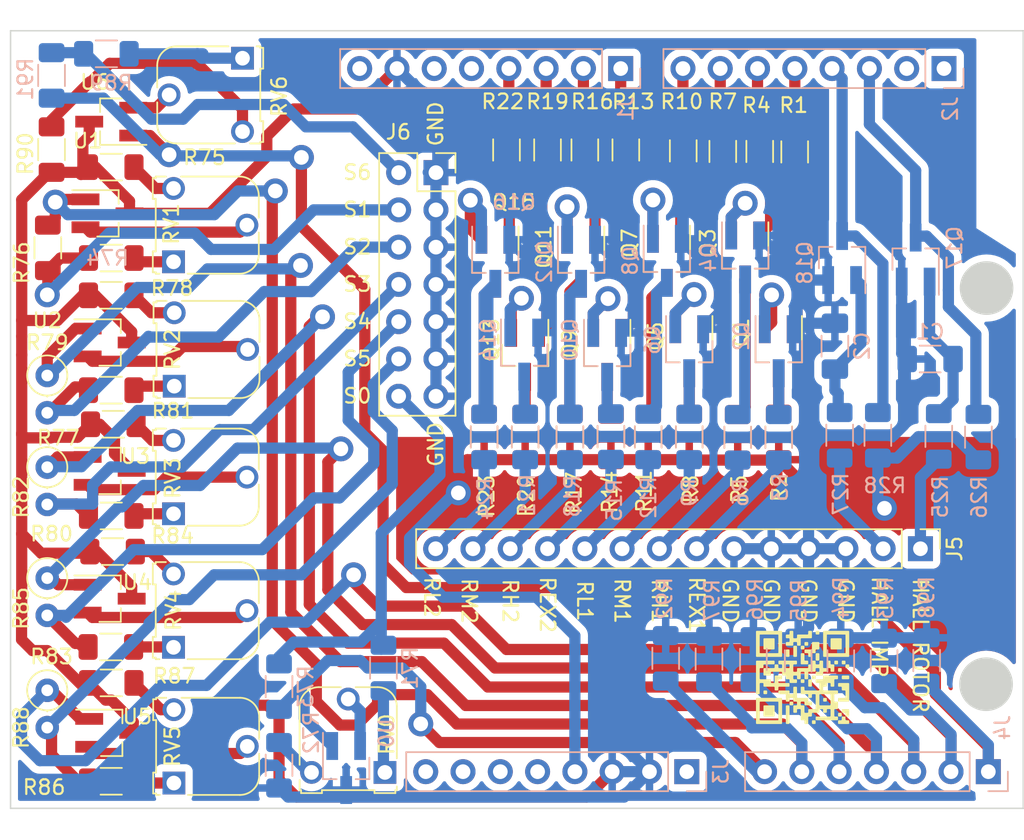
<source format=kicad_pcb>
(kicad_pcb (version 20211014) (generator pcbnew)
  (layers (0 "F.Cu" signal "cobre frontal") (31 "B.Cu" signal "Cobre traseira") (34 "B.Paste" user "Pasta traseira") (35 "F.Paste" user "Pasta frontal") (36 "B.SilkS" user "Serigrafia traseira") (37 "F.SilkS" user "Serigrafia frontal") (38 "B.Mask" user "Máscara traseira") (39 "F.Mask" user "Máscara frontal") (44 "Edge.Cuts" user "Cortes contorno"))
  (net 0 "")
  (net 1 "Net-(Q2-Pad3)")
  (net 2 "/D12")
  (net 3 "/D13")
  (net 4 "/AREF")
  (net 5 "/VIN")
  (net 6 "/3,3V")
  (net 7 "/RESET")
  (net 8 "/IOREF")
  (net 11 "/NCON")
  (net 12 "/REX1")
  (net 13 "Net-(Q1-Pad2)")
  (net 14 "GND")
  (net 15 "Net-(Q1-Pad1)")
  (net 16 "Net-(Q1-Pad3)")
  (net 17 "Net-(Q3-Pad2)")
  (net 18 "Net-(Q3-Pad1)")
  (net 19 "Net-(Q3-Pad3)")
  (net 20 "Net-(Q5-Pad2)")
  (net 21 "Net-(Q4-Pad3)")
  (net 22 "Net-(Q5-Pad1)")
  (net 23 "Net-(Q5-Pad3)")
  (net 24 "Net-(Q7-Pad2)")
  (net 25 "Net-(Q6-Pad3)")
  (net 26 "Net-(Q7-Pad1)")
  (net 27 "Net-(Q9-Pad1)")
  (net 28 "Net-(Q7-Pad3)")
  (net 29 "Net-(Q9-Pad3)")
  (net 30 "Net-(Q10-Pad3)")
  (net 31 "Net-(Q11-Pad1)")
  (net 32 "Net-(Q11-Pad2)")
  (net 33 "Net-(Q11-Pad3)")
  (net 34 "Net-(Q12-Pad3)")
  (net 35 "Net-(Q13-Pad1)")
  (net 36 "Net-(Q13-Pad2)")
  (net 37 "Net-(Q13-Pad3)")
  (net 38 "Net-(Q14-Pad3)")
  (net 39 "Net-(Q15-Pad1)")
  (net 40 "Net-(Q15-Pad2)")
  (net 41 "Net-(Q15-Pad3)")
  (net 42 "Net-(Q16-Pad3)")
  (net 43 "Net-(C1-Pad1)")
  (net 44 "/HIR")
  (net 45 "Net-(Q8-Pad3)")
  (net 46 "Net-(Q10-Pad1)")
  (net 47 "/D4")
  (net 48 "+5V")
  (net 49 "/HRR")
  (net 50 "/D5")
  (net 51 "/RH1")
  (net 52 "/D6")
  (net 53 "/RM1")
  (net 54 "/D7")
  (net 55 "/RL1")
  (net 56 "/D8")
  (net 57 "/REX2")
  (net 58 "/D9")
  (net 59 "/RH2")
  (net 60 "/D10")
  (net 61 "/RM2")
  (net 62 "/D11")
  (net 63 "/RL2")
  (net 64 "/HI")
  (net 65 "/HR")
  (net 66 "Net-(C2-Pad1)")
  (net 67 "Net-(R71-Pad1)")
  (net 68 "/sheet2/S0")
  (net 69 "Net-(R72-Pad1)")
  (net 70 "/sheet2/A0")
  (net 71 "Net-(R74-Pad1)")
  (net 72 "/sheet2/S1")
  (net 73 "Net-(R75-Pad1)")
  (net 74 "/sheet2/A1")
  (net 75 "Net-(R77-Pad1)")
  (net 76 "/sheet2/S2")
  (net 77 "Net-(R78-Pad1)")
  (net 78 "/sheet2/A2")
  (net 79 "Net-(R80-Pad1)")
  (net 80 "/sheet2/S3")
  (net 81 "Net-(R81-Pad1)")
  (net 82 "/sheet2/A3")
  (net 83 "Net-(R83-Pad1)")
  (net 84 "/sheet2/S4")
  (net 85 "Net-(R84-Pad1)")
  (net 86 "/sheet2/A4")
  (net 87 "Net-(R86-Pad1)")
  (net 88 "/sheet2/S5")
  (net 89 "Net-(R87-Pad1)")
  (net 90 "/sheet2/A5")
  (net 91 "Net-(R89-Pad1)")
  (net 92 "/sheet2/S6")
  (net 93 "Net-(R90-Pad1)")
  (net 94 "/sheet2/A6")
  (net 95 "Net-(RV0-Pad2)")
  (net 96 "Net-(RV1-Pad2)")
  (net 97 "Net-(RV2-Pad2)")
  (net 98 "Net-(RV3-Pad2)")
  (net 99 "Net-(RV4-Pad2)")
  (net 100 "Net-(RV5-Pad2)")
  (net 101 "Net-(RV6-Pad2)")
  (footprint "Resistor_SMD:R_1206_3216Metric_Pad1.30x1.75mm_HandSolder" (layer "F.Cu") (at 41.91 8.128 -90)
    (fp_text reference "R13")
    (fp_text value "3k9")
  )
  (footprint "Package_TO_SOT_SMD:SOT-23_Handsoldering" (layer "F.Cu") (at 44.704 15.686 -90)
    (fp_text reference "Q7")
    (fp_text value "BC847")
  )
  (footprint "Package_TO_SOT_SMD:SOT-23_Handsoldering" (layer "F.Cu") (at 6.75 30)
    (fp_text reference "U3")
    (fp_text value "TL431DBZ")
  )
  (footprint "Connector_PinHeader_2.54mm:PinHeader_1x14_P2.54mm_Vertical" (layer "F.Cu") (at 61.976 35.306 -90)
    (fp_text reference "J5")
    (fp_text value "Conn_01x14")
  )
  (footprint "Package_TO_SOT_SMD:SOT-23_Handsoldering" (layer "F.Cu") (at 6.858 6.1976 180)
    (fp_text reference "U6")
    (fp_text value "TL431DBZ")
  )
  (footprint "Resistor_SMD:R_1206_3216Metric_Pad1.30x1.75mm_HandSolder" (layer "F.Cu") (at 38.1 27.686 -90)
    (fp_text reference "R17")
    (fp_text value "1k2")
  )
  (footprint "Resistor_SMD:R_1206_3216Metric_Pad1.30x1.75mm_HandSolder" (layer "F.Cu") (at 48.514 8.23 -90)
    (fp_text reference "R7")
    (fp_text value "3k9")
  )
  (footprint "Potentiometer_THT:Potentiometer_Runtron_RM-065_Vertical" (layer "F.Cu") (at 15.8 1.875 -90)
    (fp_text reference "RV6")
    (fp_text value "5k")
  )
  (footprint "Resistor_SMD:R_1206_3216Metric_Pad1.30x1.75mm_HandSolder" (layer "F.Cu") (at 45.82 8.19 -90)
    (fp_text reference "R10")
    (fp_text value "3k9")
  )
  (footprint "Potentiometer_THT:Potentiometer_Runtron_RM-065_Vertical" (layer "F.Cu") (at 11.125 51.275 90)
    (fp_text reference "RV5")
    (fp_text value "5k")
  )
  (footprint "Resistor_THT:R_Axial_DIN0207_L6.3mm_D2.5mm_P2.54mm_Vertical" (layer "F.Cu") (at 2.5 29.75 -90)
    (fp_text reference "R82")
    (fp_text value "1.2k")
  )
  (footprint "Resistor_SMD:R_1206_3216Metric_Pad1.30x1.75mm_HandSolder" (layer "F.Cu") (at 6.832 42 180)
    (fp_text reference "R83")
    (fp_text value "30k")
  )
  (footprint "Resistor_SMD:R_1206_3216Metric_Pad1.30x1.75mm_HandSolder" (layer "F.Cu") (at 6.858 9.2964 180)
    (fp_text reference "R75")
    (fp_text value "10k")
  )
  (footprint "Resistor_SMD:R_1206_3216Metric_Pad1.30x1.75mm_HandSolder" (layer "F.Cu") (at 53.41 8.26 -90)
    (fp_text reference "R1")
    (fp_text value "3k9")
  )
  (footprint "Resistor_THT:R_Axial_DIN0207_L6.3mm_D2.5mm_P2.54mm_Vertical" (layer "F.Cu") (at 2.5 37.309 -90)
    (fp_text reference "R85")
    (fp_text value "1.2k")
  )
  (footprint "Resistor_SMD:R_1206_3216Metric_Pad1.30x1.75mm_HandSolder" (layer "F.Cu") (at 32.258 27.686 -90)
    (fp_text reference "R23")
    (fp_text value "1k2")
  )
  (footprint "Package_TO_SOT_SMD:SOT-23_Handsoldering" (layer "F.Cu") (at 35.052 22.098 -90)
    (fp_text reference "Q13")
    (fp_text value "BC847")
  )
  (footprint "Resistor_SMD:R_1206_3216Metric_Pad1.30x1.75mm_HandSolder" (layer "F.Cu") (at 39.116 8.128 -90)
    (fp_text reference "R16")
    (fp_text value "3k9")
  )
  (footprint "Resistor_SMD:R_1206_3216Metric_Pad1.30x1.75mm_HandSolder" (layer "F.Cu") (at 6.858 51.1556 180)
    (fp_text reference "R86")
    (fp_text value "30k")
  )
  (footprint "Package_TO_SOT_SMD:SOT-23_Handsoldering" (layer "F.Cu") (at 50.038 15.456 -90)
    (fp_text reference "Q3")
    (fp_text value "BC847")
  )
  (footprint "Package_TO_SOT_SMD:SOT-23_Handsoldering" (layer "F.Cu") (at 6.75 21.25)
    (fp_text reference "U2")
    (fp_text value "TL431DBZ")
  )
  (footprint "Potentiometer_THT:Potentiometer_Runtron_RM-065_Vertical" (layer "F.Cu") (at 11.15 24.225 90)
    (fp_text reference "RV2")
    (fp_text value "5k")
  )
  (footprint "Potentiometer_THT:Potentiometer_Runtron_RM-065_Vertical" (layer "F.Cu") (at 11.1 32.925 90)
    (fp_text reference "RV3")
    (fp_text value "5k")
  )
  (footprint "Package_TO_SOT_SMD:SOT-23_Handsoldering" (layer "F.Cu") (at 46.228 21.844 -90)
    (fp_text reference "Q5")
    (fp_text value "BC847")
  )
  (footprint "Package_TO_SOT_SMD:SOT-23_Handsoldering" (layer "F.Cu") (at 6.858 47.8536)
    (fp_text reference "U5")
    (fp_text value "TL431DBZ")
  )
  (footprint "Resistor_SMD:R_1206_3216Metric_Pad1.30x1.75mm_HandSolder" (layer "F.Cu") (at 51.03 8.23 -90)
    (fp_text reference "R4")
    (fp_text value "3k9")
  )
  (footprint "Potentiometer_THT:Potentiometer_Runtron_RM-065_Vertical" (layer "F.Cu") (at 11.1 42.025 90)
    (fp_text reference "RV4")
    (fp_text value "5k")
  )
  (footprint "Resistor_SMD:R_1206_3216Metric_Pad1.30x1.75mm_HandSolder" (layer "F.Cu") (at 46.228 27.686 -90)
    (fp_text reference "R8")
    (fp_text value "1k2")
  )
  (footprint "Potentiometer_THT:Potentiometer_Runtron_RM-065_Vertical" (layer "F.Cu") (at 11.1 15.75 90)
    (fp_text reference "RV1")
    (fp_text value "5k")
  )
  (footprint "Package_TO_SOT_SMD:SOT-23_Handsoldering" (layer "F.Cu") (at 6.604 12.446)
    (fp_text reference "U1")
    (fp_text value "TL431DBZ")
  )
  (footprint "Resistor_SMD:R_1206_3216Metric_Pad1.30x1.75mm_HandSolder" (layer "F.Cu") (at 6.858 33.0708 180)
    (fp_text reference "R80")
    (fp_text value "30k")
  )
  (footprint "Resistor_SMD:R_1206_3216Metric_Pad1.30x1.75mm_HandSolder" (layer "F.Cu") (at 2.794 8.102 -90)
    (fp_text reference "R90")
    (fp_text value "10k")
  )
  (footprint "Package_TO_SOT_SMD:SOT-23_Handsoldering" (layer "F.Cu") (at 40.64 22.098 -90)
    (fp_text reference "Q9")
    (fp_text value "BC847")
  )
  (footprint "Resistor_SMD:R_1206_3216Metric_Pad1.30x1.75mm_HandSolder" (layer "F.Cu") (at 36.576 8.128 -90)
    (fp_text reference "R19")
    (fp_text value "3k9")
  )
  (footprint "Resistor_SMD:R_1206_3216Metric_Pad1.30x1.75mm_HandSolder" (layer "F.Cu") (at 35.052 27.686 -90)
    (fp_text reference "R20")
    (fp_text value "1k2")
  )
  (footprint "Resistor_SMD:R_1206_3216Metric_Pad1.30x1.75mm_HandSolder" (layer "F.Cu") (at 43.434 27.686 -90)
    (fp_text reference "R11")
    (fp_text value "1k2")
  )
  (footprint "Resistor_SMD:R_1206_3216Metric_Pad1.30x1.75mm_HandSolder" (layer "F.Cu") (at 6.858 24.5 180)
    (fp_text reference "R77")
    (fp_text value "30k")
  )
  (footprint "Resistor_SMD:R_1206_3216Metric_Pad1.30x1.75mm_HandSolder" (layer "F.Cu") (at 6.858 18.034 180)
    (fp_text reference "R78")
    (fp_text value "10k")
  )
  (footprint "User_defined:qr_code" (layer "F.Cu") (at 53.95 44.075)
    (fp_text reference "G1" hide)
    (fp_text value "LOGO" hide)
  )
  (footprint "Resistor_THT:R_Axial_DIN0207_L6.3mm_D2.5mm_P2.54mm_Vertical" (layer "F.Cu") (at 2.5 44.955 -90)
    (fp_text reference "R88")
    (fp_text value "1.2k")
  )
  (footprint "Resistor_SMD:R_1206_3216Metric_Pad1.30x1.75mm_HandSolder" (layer "F.Cu") (at 7 26.8224 180)
    (fp_text reference "R81")
    (fp_text value "10k")
  )
  (footprint "Resistor_SMD:R_1206_3216Metric_Pad1.30x1.75mm_HandSolder" (layer "F.Cu") (at 52.324 27.686 -90)
    (fp_text reference "R2")
    (fp_text value "1k2")
  )
  (footprint "Resistor_SMD:R_1206_3216Metric_Pad1.30x1.75mm_HandSolder" (layer "F.Cu") (at 2.54 14.8 -90)
    (fp_text reference "R76")
    (fp_text value "1.2k")
  )
  (footprint "Package_TO_SOT_SMD:SOT-23_Handsoldering" (layer "F.Cu") (at 52.324 21.844 -90)
    (fp_text reference "Q1")
    (fp_text value "BC847")
  )
  (footprint "Package_TO_SOT_SMD:SOT-23_Handsoldering" (layer "F.Cu") (at 33.02 15.748 -90)
    (fp_text reference "Q15")
    (fp_text value "BC847")
  )
  (footprint "Resistor_SMD:R_1206_3216Metric_Pad1.30x1.75mm_HandSolder" (layer "F.Cu") (at 6.95 35.5 180)
    (fp_text reference "R84")
    (fp_text value "10k")
  )
  (footprint "Resistor_SMD:R_1206_3216Metric_Pad1.30x1.75mm_HandSolder" (layer "F.Cu") (at 6.858 15.494 180)
    (fp_text reference "R74")
    (fp_text value "30k")
  )
  (footprint "Resistor_SMD:R_1206_3216Metric_Pad1.30x1.75mm_HandSolder" (layer "F.Cu") (at 40.894 27.686 -90)
    (fp_text reference "R14")
    (fp_text value "1k2")
  )
  (footprint "Package_TO_SOT_SMD:SOT-23_Handsoldering" (layer "F.Cu") (at 38.862 15.748 -90)
    (fp_text reference "Q11")
    (fp_text value "BC847")
  )
  (footprint "Resistor_THT:R_Axial_DIN0207_L6.3mm_D2.5mm_P2.54mm_Vertical" (layer "F.Cu") (at 2.5 23.5 -90)
    (fp_text reference "R79")
    (fp_text value "1.2k")
  )
  (footprint "Resistor_SMD:R_1206_3216Metric_Pad1.30x1.75mm_HandSolder" (layer "F.Cu") (at 49.53 27.712 -90)
    (fp_text reference "R5")
    (fp_text value "1k2")
  )
  (footprint "Package_TO_SOT_SMD:SOT-23_Handsoldering" (layer "F.Cu") (at 6.75 38.7096)
    (fp_text reference "U4")
    (fp_text value "TL431DBZ")
  )
  (footprint "Resistor_SMD:R_1206_3216Metric_Pad1.30x1.75mm_HandSolder" (layer "F.Cu") (at 6.858 44.45 180)
    (fp_text reference "R87")
    (fp_text value "10k")
  )
  (footprint "Resistor_SMD:R_1206_3216Metric_Pad1.30x1.75mm_HandSolder" (layer "F.Cu") (at 33.782 8.128 -90)
    (fp_text reference "R22")
    (fp_text value "3k9")
  )
  (footprint "Potentiometer_THT:Potentiometer_Runtron_RM-065_Vertical" (layer "F.Cu") (at 25.5 50.55 180)
    (fp_text reference "RV0")
    (fp_text value "5k")
  )
  (footprint "Connector_PinSocket_2.54mm:PinSocket_2x07_P2.54mm_Vertical" (layer "F.Cu") (at 28.976 9.672)
    (fp_text reference "J6")
    (fp_text value "Conn_02x07_Odd_Even")
  )
  (footprint "Resistor_SMD:R_1206_3216Metric_Pad1.30x1.75mm_HandSolder" (layer "B.Cu") (at 46.228 27.686 -90)
    (fp_text reference "R9")
    (fp_text value "120")
  )
  (footprint "Package_TO_SOT_SMD:SOT-23_Handsoldering" (layer "B.Cu") (at 40.64 22.098 -90)
    (fp_text reference "Q10")
    (fp_text value "BC847")
  )
  (footprint "Resistor_SMD:R_1206_3216Metric_Pad1.30x1.75mm_HandSolder" (layer "B.Cu") (at 43.434 27.686 -90)
    (fp_text reference "R12")
    (fp_text value "120")
  )
  (footprint "Package_TO_SOT_SMD:SOT-23_Handsoldering" (layer "B.Cu") (at 61.65 15.6 90)
    (fp_text reference "Q17")
    (fp_text value "BC847")
  )
  (footprint "Resistor_SMD:R_1206_3216Metric_Pad1.30x1.75mm_HandSolder" (layer "B.Cu") (at 65.925 27.7 -90)
    (fp_text reference "R26")
    (fp_text value "1k")
  )
  (footprint "Package_TO_SOT_SMD:SOT-23_Handsoldering" (layer "B.Cu") (at 38.862 15.748 -90)
    (fp_text reference "Q12")
    (fp_text value "BC847")
  )
  (footprint "Resistor_SMD:R_1206_3216Metric_Pad1.30x1.75mm_HandSolder" (layer "B.Cu") (at 59.075 27.575 -90)
    (fp_text reference "R28")
    (fp_text value "1k")
  )
  (footprint "Resistor_SMD:R_1206_3216Metric_Pad1.30x1.75mm_HandSolder" (layer "B.Cu") (at 2.794 3.048 90)
    (fp_text reference "R91")
    (fp_text value "1.2k")
  )
  (footprint "Resistor_SMD:R_1206_3216Metric_Pad1.30x1.75mm_HandSolder" (layer "B.Cu") (at 47.575 42.825 90)
    (fp_text reference "R97")
    (fp_text value "1.1k")
  )
  (footprint "Connector_PinHeader_2.54mm:PinHeader_1x08_P2.54mm_Vertical" (layer "B.Cu") (at 41.56 2.58 90)
    (fp_text reference "J1")
    (fp_text value "Conn_01x08")
  )
  (footprint "Resistor_SMD:R_1206_3216Metric_Pad1.30x1.75mm_HandSolder" (layer "B.Cu") (at 52.324 27.712 -90)
    (fp_text reference "R3")
    (fp_text value "120")
  )
  (footprint "Capacitor_SMD:C_1206_3216Metric_Pad1.33x1.80mm_HandSolder" (layer "B.Cu") (at 62.6375 22.375 180)
    (fp_text reference "C1")
    (fp_text value "33nF")
  )
  (footprint "Package_TO_SOT_SMD:SOT-23_Handsoldering" (layer "B.Cu") (at 52.324 21.844 -90)
    (fp_text reference "Q2")
    (fp_text value "BC847")
  )
  (footprint "Connector_PinHeader_2.54mm:PinHeader_1x07_P2.54mm_Vertical" (layer "B.Cu") (at 66.6 50.5 90)
    (fp_text reference "J4")
    (fp_text value "Conn_01x07")
  )
  (footprint "Package_TO_SOT_SMD:SOT-23_Handsoldering" (layer "B.Cu") (at 50.038 15.456 -90)
    (fp_text reference "Q4")
    (fp_text value "BC847")
  )
  (footprint "Resistor_SMD:R_1206_3216Metric_Pad1.30x1.75mm_HandSolder" (layer "B.Cu") (at 63.225 27.65 90)
    (fp_text reference "R25")
    (fp_text value "10k")
  )
  (footprint "Resistor_SMD:R_1206_3216Metric_Pad1.30x1.75mm_HandSolder" (layer "B.Cu") (at 62.4 42.925 90)
    (fp_text reference "R98")
    (fp_text value "1.1k")
  )
  (footprint "Package_TO_SOT_SMD:SOT-23_Handsoldering" (layer "B.Cu") (at 46.228 21.844 -90)
    (fp_text reference "Q6")
    (fp_text value "BC847")
  )
  (footprint "Package_TO_SOT_SMD:SOT-23_Handsoldering" (layer "B.Cu") (at 33.02 15.748 -90)
    (fp_text reference "Q16")
    (fp_text value "BC847")
  )
  (footprint "Resistor_SMD:R_1206_3216Metric_Pad1.30x1.75mm_HandSolder" (layer "B.Cu") (at 32.258 27.686 -90)
    (fp_text reference "R24")
    (fp_text value "120")
  )
  (footprint "Resistor_SMD:R_1206_3216Metric_Pad1.30x1.75mm_HandSolder" (layer "B.Cu") (at 35.052 27.686 -90)
    (fp_text reference "R21")
    (fp_text value "120")
  )
  (footprint "Resistor_SMD:R_1206_3216Metric_Pad1.30x1.75mm_HandSolder" (layer "B.Cu") (at 40.894 27.66 -90)
    (fp_text reference "R15")
    (fp_text value "120")
  )
  (footprint "Capacitor_SMD:C_1206_3216Metric_Pad1.33x1.80mm_HandSolder" (layer "B.Cu") (at 56.15 21.5 90)
    (fp_text reference "C2")
    (fp_text value "33nF")
  )
  (footprint "Resistor_SMD:R_1206_3216Metric_Pad1.30x1.75mm_HandSolder" (layer "B.Cu") (at 6.5284 1.5748 180)
    (fp_text reference "R89")
    (fp_text value "30k")
  )
  (footprint "Connector_PinHeader_2.54mm:PinHeader_1x08_P2.54mm_Vertical" (layer "B.Cu") (at 46.06 50.5 90)
    (fp_text reference "J3")
    (fp_text value "Conn_01x08")
  )
  (footprint "Resistor_SMD:R_1206_3216Metric_Pad1.30x1.75mm_HandSolder" (layer "B.Cu") (at 44.625 42.775 90)
    (fp_text reference "R92")
    (fp_text value "1.1k")
  )
  (footprint "Connector_PinHeader_2.54mm:PinHeader_1x08_P2.54mm_Vertical" (layer "B.Cu") (at 63.58 2.58 90)
    (fp_text reference "J2")
    (fp_text value "Conn_01x08")
  )
  (footprint "Package_TO_SOT_SMD:SOT-23_Handsoldering" (layer "B.Cu") (at 22.86 50.25 -90)
    (fp_text reference "U0")
    (fp_text value "TL431DBZ")
  )
  (footprint "Resistor_SMD:R_1206_3216Metric_Pad1.30x1.75mm_HandSolder" (layer "B.Cu") (at 38.1 27.686 -90)
    (fp_text reference "R18")
    (fp_text value "120")
  )
  (footprint "Package_TO_SOT_SMD:SOT-23_Handsoldering" (layer "B.Cu") (at 44.704 15.686 -90)
    (fp_text reference "Q8")
    (fp_text value "BC847")
  )
  (footprint "Resistor_SMD:R_1206_3216Metric_Pad1.30x1.75mm_HandSolder" (layer "B.Cu") (at 59.5 42.95 90)
    (fp_text reference "R93")
    (fp_text value "1.1k")
  )
  (footprint "Resistor_SMD:R_1206_3216Metric_Pad1.30x1.75mm_HandSolder" (layer "B.Cu") (at 18.288 50.064 -90)
    (fp_text reference "R72")
    (fp_text value "10k")
  )
  (footprint "Resistor_SMD:R_1206_3216Metric_Pad1.30x1.75mm_HandSolder" (layer "B.Cu") (at 25.4 43.434 90)
    (fp_text reference "R71")
    (fp_text value "30k")
  )
  (footprint "Resistor_SMD:R_1206_3216Metric_Pad1.30x1.75mm_HandSolder" (layer "B.Cu") (at 49.53 27.712 -90)
    (fp_text reference "R6")
    (fp_text value "120")
  )
  (footprint "Resistor_SMD:R_1206_3216Metric_Pad1.30x1.75mm_HandSolder" (layer "B.Cu") (at 56.55 42.95 90)
    (fp_text reference "R94")
    (fp_text value "1.1k")
  )
  (footprint "Package_TO_SOT_SMD:SOT-23_Handsoldering" (layer "B.Cu") (at 34.986 22.074 -90)
    (fp_text reference "Q14")
    (fp_text value "BC847")
  )
  (footprint "Resistor_SMD:R_1206_3216Metric_Pad1.30x1.75mm_HandSolder" (layer "B.Cu") (at 50.6 42.85 90)
    (fp_text reference "R96")
    (fp_text value "1.1k")
  )
  (footprint "Resistor_SMD:R_1206_3216Metric_Pad1.30x1.75mm_HandSolder" (layer "B.Cu") (at 18.288 44.704 90)
    (fp_text reference "R73")
    (fp_text value "1.2k")
  )
  (footprint "Resistor_SMD:R_1206_3216Metric_Pad1.30x1.75mm_HandSolder" (layer "B.Cu") (at 53.65 42.95 90)
    (fp_text reference "R95")
    (fp_text value "1.1k")
  )
  (footprint "Package_TO_SOT_SMD:SOT-23_Handsoldering" (layer "B.Cu") (at 56.642 15.494 90)
    (fp_text reference "Q18")
    (fp_text value "BC847")
  )
  (footprint "Resistor_SMD:R_1206_3216Metric_Pad1.30x1.75mm_HandSolder" (layer "B.Cu") (at 56.475 27.575 90)
    (fp_text reference "R27")
    (fp_text value "10k")
  )
  (gr_line (start 68.98 53) (end 68.98 0) (layer "Edge.Cuts") (width 0.1))
  (gr_line (start 68.98 0) (end 0 0) (layer "Edge.Cuts") (width 0.1))
  (gr_line (start 68.98 53) (end 0 53) (layer "Edge.Cuts") (width 0.1))
  (gr_circle (center 66.448 44.54) (end 68.226 44.54) (layer "Edge.Cuts") (width 0.1) (fill solid))
  (gr_circle (center 66.48 17.54) (end 68.258 17.54) (layer "Edge.Cuts") (width 0.1) (fill solid))
  (gr_line (start 0 0) (end 0 53) (layer "Edge.Cuts") (width 0.1))
  (gr_text "S6" (at 23.622 9.652) (layer "F.SilkS") (effects (font (size 1 1))))
  (gr_text "GND" (at 28.956 6.35 90) (layer "F.SilkS") (effects (font (size 1 1))))
  (gr_text "GND" (at 56.896 38.862 270) (layer "F.SilkS") (effects (font (size 1 1))))
  (gr_text "REX1" (at 46.736 39.116 270) (layer "F.SilkS") (effects (font (size 1 1))))
  (gr_text "GND" (at 49.022 38.862 270) (layer "F.SilkS") (effects (font (size 1 1))))
  (gr_text "S5" (at 23.622 22.352) (layer "F.SilkS") (effects (font (size 1 1))))
  (gr_text "RH2" (at 34.036 38.862 270) (layer "F.SilkS") (effects (font (size 1 1))))
  (gr_text "RL2" (at 28.702 38.608 270) (layer "F.SilkS") (effects (font (size 1 1))))
  (gr_text "RL1" (at 39.116 38.862 270) (layer "F.SilkS") (effects (font (size 1 1))))
  (gr_text "REX2" (at 36.576 39.116 270) (layer "F.SilkS") (effects (font (size 1 1))))
  (gr_text "S4" (at 23.622 19.812) (layer "F.SilkS") (effects (font (size 1 1))))
  (gr_text "S0" (at 23.622 24.892) (layer "F.SilkS") (effects (font (size 1 1))))
  (gr_text "S2" (at 23.622 14.732) (layer "F.SilkS") (effects (font (size 1 1))))
  (gr_text "RM2" (at 31.242 38.862 270) (layer "F.SilkS") (effects (font (size 1 1))))
  (gr_text "GND" (at 51.816 38.862 270) (layer "F.SilkS") (effects (font (size 1 1))))
  (gr_text "RH1" (at 44.196 38.862 270) (layer "F.SilkS") (effects (font (size 1 1))))
  (gr_text "HALL IMP" (at 59.182 40.64 270) (layer "F.SilkS") (effects (font (size 1 1))))
  (gr_text "S3" (at 23.622 17.272) (layer "F.SilkS") (effects (font (size 1 1))))
  (gr_text "GND" (at 54.356 38.862 270) (layer "F.SilkS") (effects (font (size 1 1))))
  (gr_text "GND" (at 28.956 28.194 90) (layer "F.SilkS") (effects (font (size 1 1))))
  (gr_text "S1" (at 23.622 12.192) (layer "F.SilkS") (effects (font (size 1 1))))
  (gr_text "HALL ROTOR" (at 61.976 41.91 270) (layer "F.SilkS") (effects (font (size 1 1))))
  (gr_text "RM1" (at 41.656 38.862 270) (layer "F.SilkS") (effects (font (size 1 1))))
  (segment (start 52.324 26.136) (end 52.324 23.344) (width 0.762) (layer "B.Cu") (net 1))
  (segment (start 52.324 29.262) (end 52.324 29.718) (width 0.762) (layer "B.Cu") (net 12))
  (segment (start 52.324 29.718) (end 46.736 35.306) (width 0.762) (layer "B.Cu") (net 12))
  (segment (start 52.298 29.262) (end 52.324 29.236) (width 0.762) (layer "B.Cu") (net 12))
  (segment (start 51.8414 19.8766) (end 51.374 20.344) (width 0.762) (layer "F.Cu") (net 13))
  (segment (start 51.8414 18.0086) (end 51.8414 19.8766) (width 0.762) (layer "F.Cu") (net 13))
  (via (at 51.8414 18.0086) (size 1.7) (drill 1) (layers "F.Cu" "B.Cu") (net 13))
  (segment (start 51.374 18.3236) (end 51.7398 17.9578) (width 0.762) (layer "B.Cu") (net 13))
  (segment (start 51.374 18.3236) (end 51.7398 17.9578) (width 0.762) (layer "B.Cu") (net 13))
  (segment (start 51.374 20.344) (end 51.374 18.3236) (width 0.762) (layer "B.Cu") (net 13))
  (segment (start 51.374 20.344) (end 51.374 18.3236) (width 0.762) (layer "B.Cu") (net 13))
  (segment (start 2.790319 27.709681) (end 4.562719 27.709681) (width 0.762) (layer "F.Cu") (net 14))
  (segment (start 5.784204 9.2964) (end 8.104 11.616196) (width 0.762) (layer "F.Cu") (net 14))
  (segment (start 0.762 11.522687) (end 2.632687 9.652) (width 0.762) (layer "F.Cu") (net 14))
  (segment (start 8.104 12.446) (end 13.591865 12.446) (width 0.762) (layer "F.Cu") (net 14))
  (segment (start 5.204575 9.2964) (end 4.9276 9.2964) (width 0.762) (layer "F.Cu") (net 14))
  (segment (start 6.481089 45.623089) (end 5.308 44.45) (width 0.762) (layer "F.Cu") (net 14))
  (segment (start 18.288 51.054) (end 19.464511 52.230511) (width 0.762) (layer "F.Cu") (net 14))
  (segment (start 0.774 19.75) (end 0.762 19.738) (width 0.762) (layer "F.Cu") (net 14))
  (segment (start 10.7 48) (end 11.75 48) (width 0.762) (layer "F.Cu") (net 14))
  (segment (start 3.197313 19.75) (end 0.774 19.75) (width 0.762) (layer "F.Cu") (net 14))
  (segment (start 4.9276 9.2964) (end 4.9276 7.62) (width 0.762) (layer "F.Cu") (net 14))
  (segment (start 5.282 35.6108) (end 2.0828 35.6108) (width 0.762) (layer "F.Cu") (net 14))
  (segment (start 11.75 48) (end 13.776 45.974) (width 0.762) (layer "F.Cu") (net 14))
  (segment (start 5.308 18.034) (end 4.913313 18.034) (width 0.762) (layer "F.Cu") (net 14))
  (segment (start 5.308 44.704) (end 4.954 44.704) (width 0.762) (layer "F.Cu") (net 14))
  (segment (start 7.080511 27.830511) (end 7.080511 28.830511) (width 0.762) (layer "F.Cu") (net 14))
  (segment (start 8.25 20.519489) (end 5.764511 18.034) (width 0.762) (layer "F.Cu") (net 14))
  (segment (start 8.358 47.108) (end 6.873089 45.623089) (width 0.762) (layer "F.Cu") (net 14))
  (segment (start 39.249489 52.230511) (end 40.98 50.5) (width 0.762) (layer "F.Cu") (net 14))
  (segment (start 5.272397 44.704) (end 5.308 44.704) (width 0.762) (layer "F.Cu") (net 14))
  (segment (start 6.0724 26.8224) (end 7.080511 27.830511) (width 0.762) (layer "F.Cu") (net 14))
  (segment (start 0.762 20.828) (end 0.762 19.738) (width 0.762) (layer "F.Cu") (net 14))
  (segment (start 17.512043 45.974) (end 18.288 46.749957) (width 0.762) (layer "F.Cu") (net 14))
  (segment (start 2.794 9.652) (end 4.9524 9.652) (width 0.762) (layer "F.Cu") (net 14))
  (segment (start 10.5536 47.8536) (end 10.7 48) (width 0.762) (layer "F.Cu") (net 14))
  (segment (start 5.4 35.5) (end 5.876204 35.5) (width 0.762) (layer "F.Cu") (net 14))
  (segment (start 0.762 19.738) (end 0.762 11.522687) (width 0.762) (layer "F.Cu") (net 14))
  (segment (start 5.876204 35.5) (end 8.25 37.873796) (width 0.762) (layer "F.Cu") (net 14))
  (segment (start 2.5 42.25) (end 1.5 42.25) (width 0.762) (layer "F.Cu") (net 14))
  (segment (start 8.358 47.8536) (end 8.358 47.108) (width 0.762) (layer "F.Cu") (net 14))
  (segment (start 19.304 5.334) (end 23.566 5.334) (width 0.762) (layer "F.Cu") (net 14))
  (segment (start 4.8 9.8044) (end 5.308 9.2964) (width 0.762) (layer "F.Cu") (net 14))
  (segment (start 0.762 40.193603) (end 0.762 34.29) (width 0.762) (layer "F.Cu") (net 14))
  (segment (start 23.566 5.334) (end 26.32 2.58) (width 0.762) (layer "F.Cu") (net 14))
  (segment (start 4.562719 27.709681) (end 5.45 26.8224) (width 0.762) (layer "F.Cu") (net 14))
  (segment (start 4.9524 9.652) (end 5.308 9.2964) (width 0.762) (layer "F.Cu") (net 14))
  (segment (start 6.873089 45.623089) (end 6.481089 45.623089) (width 0.762) (layer "F.Cu") (net 14))
  (segment (start 13.591865 12.446) (end 17.455511 8.582354) (width 0.762) (layer "F.Cu") (net 14))
  (segment (start 17.455511 8.582354) (end 17.455511 7.182489) (width 0.762) (layer "F.Cu") (net 14))
  (segment (start 5.358 7.1896) (end 4.9276 7.62) (width 0.762) (layer "F.Cu") (net 14))
  (segment (start 0.75 41.5) (end 0.75 40.205603) (width 0.762) (layer "F.Cu") (net 14))
  (segment (start 0.762 22.098) (end 0.762 27.432) (width 0.762) (layer "F.Cu") (net 14))
  (segment (start 0.762 20.828) (end 0.762 22.098) (width 0.762) (layer "F.Cu") (net 14))
  (segment (start 8.25 37.873796) (end 8.25 38.7096) (width 0.762) (layer "F.Cu") (net 14))
  (segment (start 8.104 11.616196) (end 8.104 12.365) (width 0.762) (layer "F.Cu") (net 14))
  (segment (start 8.358 47.8536) (end 10.5536 47.8536) (width 0.762) (layer "F.Cu") (net 14))
  (segment (start 4.954 44.704) (end 2.5 42.25) (width 0.762) (layer "F.Cu") (net 14))
  (segment (start 18.288 46.749957) (end 18.288 51.054) (width 0.762) (layer "F.Cu") (net 14))
  (segment (start 17.455511 7.182489) (end 19.304 5.334) (width 0.762) (layer "F.Cu") (net 14))
  (segment (start 1 27.75) (end 2.75 27.75) (width 0.762) (layer "F.Cu") (net 14))
  (segment (start 5.45 26.8224) (end 6.0724 26.8224) (width 0.762) (layer "F.Cu") (net 14))
  (segment (start 2.632687 9.652) (end 2.794 9.652) (width 0.762) (layer "F.Cu") (net 14))
  (segment (start 19.464511 52.230511) (end 39.249489 52.230511) (width 0.762) (layer "F.Cu") (net 14))
  (segment (start 5.308 9.2964) (end 5.784204 9.2964) (width 0.762) (layer "F.Cu") (net 14))
  (segment (start 2.0828 35.6108) (end 0.762 34.29) (width 0.762) (layer "F.Cu") (net 14))
  (segment (start 1.5 42.25) (end 0.75 41.5) (width 0.762) (layer "F.Cu") (net 14))
  (segment (start 13.776 45.974) (end 17.512043 45.974) (width 0.762) (layer "F.Cu") (net 14))
  (segment (start 0.762 27.512) (end 0.762 27.432) (width 0.762) (layer "F.Cu") (net 14))
  (segment (start 8.25 21.25) (end 8.25 20.519489) (width 0.762) (layer "F.Cu") (net 14))
  (segment (start 0.75 40.205603) (end 0.762 40.193603) (width 0.762) (layer "F.Cu") (net 14))
  (segment (start 5.764511 18.034) (end 5.308 18.034) (width 0.762) (layer "F.Cu") (net 14))
  (segment (start 5.358 6.1976) (end 5.358 7.1896) (width 0.762) (layer "F.Cu") (net 14))
  (segment (start 2.75 27.75) (end 2.790319 27.709681) (width 0.762) (layer "F.Cu") (net 14))
  (segment (start 0.762 34.29) (end 0.762 27.512) (width 0.762) (layer "F.Cu") (net 14))
  (segment (start 0.762 27.512) (end 1 27.75) (width 0.762) (layer "F.Cu") (net 14))
  (segment (start 4.913313 18.034) (end 3.197313 19.75) (width 0.762) (layer "F.Cu") (net 14))
  (segment (start 7.080511 28.830511) (end 8.25 30) (width 0.762) (layer "F.Cu") (net 14))
  (segment (start 54.356 27.006) (end 54.356 35.306) (width 0.762) (layer "B.Cu") (net 14))
  (segment (start 53.571911 18.603089) (end 53.571911 20.046089) (width 0.762) (layer "B.Cu") (net 14))
  (segment (start 47.178 20.344) (end 48.288711 19.233289) (width 0.762) (layer "B.Cu") (net 14))
  (segment (start 35.642 15.92) (end 35.1594 15.4374) (width 0.762) (layer "B.Cu") (net 14))
  (segment (start 62.4 41.375) (end 44.775 41.375) (width 0.762) (layer "B.Cu") (net 14))
  (segment (start 22.86 51.835) (end 23.255511 52.230511) (width 0.762) (layer "B.Cu") (net 14))
  (segment (start 35.642 12.872) (end 35.642 11.902) (width 0.762) (layer "B.Cu") (net 14))
  (segment (start 41.59 16.026) (end 39.812 14.248) (width 0.762) (layer "B.Cu") (net 14))
  (segment (start 41.4528 7.3406) (end 47.4218 7.3406) (width 0.762) (layer "B.Cu") (net 14))
  (segment (start 40.75 47.73) (end 43.52 50.5) (width 0.762) (layer "B.Cu") (net 14))
  (segment (start 52.5716 8.5534) (end 51.3588 7.3406) (width 0.762) (layer "B.Cu") (net 14))
  (segment (start 41.656 7.5438) (end 41.4528 7.3406) (width 0.762) (layer "B.Cu") (net 14))
  (segment (start 42.421311 16.411711) (end 42.421311 19.766689) (width 0.762) (layer "B.Cu") (net 14))
  (segment (start 44.625 41.225) (end 43.275 41.225) (width 0.762) (layer "B.Cu") (net 14))
  (segment (start 60.83052 22.61948) (end 61.075 22.375) (width 0.762) (layer "B.Cu") (net 14))
  (segment (start 60.7 22) (end 61.075 22.375) (width 0.762) (layer "B.Cu") (net 14))
  (segment (start 53.571911 16.721911) (end 53.571911 18.603089) (width 0.762) (layer "B.Cu") (net 14))
  (segment (start 52.5716 8.5534) (end 52.72352 8.40148) (width 0.762) (layer "B.Cu") (net 14))
  (segment (start 48.288711 19.233289) (end 48.288711 16.488711) (width 0.762) (layer "B.Cu") (net 14))
  (segment (start 35.642 11.902) (end 35.642 10.332) (width 0.762) (layer "B.Cu") (net 14))
  (segment (start 60.7 17.1) (end 60.7 22) (width 0.762) (layer "B.Cu") (net 14))
  (segment (start 41.656 9.932) (end 41.656 15.6464) (width 0.762) (layer "B.Cu") (net 14))
  (segment (start 54.356 35.306) (end 56.896 35.306) (width 0.762) (layer "B.Cu") (net 14))
  (segment (start 30.48 7.62) (end 28.448 9.652) (width 0.762) (layer "B.Cu") (net 14))
  (segment (start 40.75 43.75) (end 40.75 47.73) (width 0.762) (layer "B.Cu") (net 14))
  (segment (start 40.98 50.5) (end 43.52 50.5) (width 0.762) (layer "B.Cu") (net 14))
  (segment (start 41.656 11.7348) (end 41.656 11.246978) (width 0.762) (layer "B.Cu") (net 14))
  (segment (start 49.276 35.306) (end 51.816 35.306) (width 0.762) (layer "B.Cu") (net 14))
  (segment (start 35.642 15.92) (end 35.642 12.872) (width 0.762) (layer "B.Cu") (net 14))
  (segment (start 53.274 13.142) (end 53.274 9.2558) (width 0.762) (layer "B.Cu") (net 14))
  (segment (start 47.4218 7.3406) (end 45.82 8.9424) (width 0.762) (layer "B.Cu") (net 14))
  (segment (start 53.571911 20.046089) (end 53.274 20.344) (width 0.762) (layer "B.Cu") (net 14))
  (segment (start 54.07952 21.14952) (end 54.065 21.135) (width 0.762) (layer "B.Cu") (net 14))
  (segment (start 60.168276 27.55552) (end 54.90552 27.55552) (width 0.762) (layer "B.Cu") (net 14))
  (segment (start 54.35 27) (end 54.356 27.006) (width 0.762) (layer "B.Cu") (net 14))
  (segment (start 22.86 51.75) (end 22.86 51.835) (width 0.762) (layer "B.Cu") (net 14))
  (segment (start 53.6805 19.9375) (end 53.274 20.344) (width 0.762) (layer "B.Cu") (net 14))
  (segment (start 54.90552 27.55552) (end 54.35 27) (width 0.762) (layer "B.Cu") (net 14))
  (segment (start 38.6334 7.3406) (end 41.4528 7.3406) (width 0.762) (layer "B.Cu") (net 14))
  (segment (start 23.255511 52.230511) (end 18.904511 52.230511) (width 0.762) (layer "B.Cu") (net 14))
  (segment (start 36.528511 19.981489) (end 36.528511 16.806511) (width 0.762) (layer "B.Cu") (net 14))
  (segment (start 51.03 13.914) (end 50.988 13.956) (width 0.762) (layer "B.Cu") (net 14))
  (segment (start 35.1594 15.4374) (end 33.97 14.248) (width 0.762) (layer "B.Cu") (net 14))
  (segment (start 53.844 16.994) (end 53.571911 16.721911) (width 0.762) (layer "B.Cu") (net 14))
  (segment (start 51.816 35.306) (end 54.356 35.306) (width 0.762) (layer "B.Cu") (net 14))
  (segment (start 36.528511 16.806511) (end 35.1594 15.4374) (width 0.762) (layer "B.Cu") (net 14))
  (segment (start 41.656 11.7348) (end 41.656 7.5438) (width 0.762) (layer "B.Cu") (net 14))
  (segment (start 56.15 19.9375) (end 53.6805 19.9375) (width 0.762) (layer "B.Cu") (net 14))
  (segment (start 46.849 15.381) (end 45.654 14.186) (width 0.762) (layer "B.Cu") (net 14))
  (segment (start 28.976 9.672) (end 28.976 24.912) (width 0.762) (layer "B.Cu") (net 14))
  (segment (start 26.32 2.58) (end 29.836 6.096) (width 0.762) (layer "B.Cu") (net 14))
  (segment (start 35.936 20.574) (end 36.528511 19.981489) (width 0.762) (layer "B.Cu") (net 14))
  (segment (start 35.642 10.332) (end 38.6334 7.3406) (width 0.762) (layer "B.Cu") (net 14))
  (segment (start 54.356 40.694) (end 53.65 41.4) (width 0.762) (layer "B.Cu") (net 14))
  (segment (start 53.274 16.242) (end 53.571911 16.539911) (width 0.762) (layer "B.Cu") (net 14))
  (segment (start 45.82 14.02) (end 45.654 14.186) (width 0.762) (layer "B.Cu") (net 14))
  (segment (start 53.274 16.242) (end 50.988 13.956) (width 0.762) (layer "B.Cu") (net 14))
  (segment (start 53.274 9.2558) (end 52.5716 8.5534) (width 0.762) (layer "B.Cu") (net 14))
  (segment (start 60.83052 26.893276) (end 60.83052 22.61948) (width 0.762) (layer "B.Cu") (net 14))
  (segment (start 54.35 27) (end 54.07952 26.72952) (width 0.762) (layer "B.Cu") (net 14))
  (segment (start 45.82 8.9424) (end 45.82 14.02) (width 0.762) (layer "B.Cu") (net 14))
  (segment (start 43.52 50.5) (end 41.789489 52.230511) (width 0.762) (layer "B.Cu") (net 14))
  (segment (start 55.692 16.994) (end 53.844 16.994) (width 0.762) (layer "B.Cu") (net 14))
  (segment (start 43.275 41.225) (end 40.75 43.75) (width 0.762) (layer "B.Cu") (net 14))
  (segment (start 44.775 41.375) (end 44.625 41.225) (width 0.762) (layer "B.Cu") (net 14))
  (segment (start 35.642 11.902) (end 26.32 2.58) (width 0.762) (layer "B.Cu") (net 14))
  (segment (start 53.571911 16.539911) (end 53.571911 16.721911) (width 0.762) (layer "B.Cu") (net 14))
  (segment (start 54.07952 26.72952) (end 54.07952 21.14952) (width 0.762) (layer "B.Cu") (net 14))
  (segment (start 60.83052 26.893276) (end 60.168276 27.55552) (width 0.762) (layer "B.Cu") (net 14))
  (segment (start 41.656 15.96) (end 41.656 11.7348) (width 0.762) (layer "B.Cu") (net 14))
  (segment (start 41.656 15.6464) (end 42.421311 16.411711) (width 0.762) (layer "B.Cu") (net 14))
  (segment (start 42.421311 19.766689) (end 41.59 20.598) (width 0.762) (layer "B.Cu") (net 14))
  (segment (start 48.288711 16.488711) (end 45.986 14.186) (width 0.762) (layer "B.Cu") (net 14))
  (segment (start 53.274 16.242) (end 53.274 13.142) (width 0.762) (layer "B.Cu") (net 14))
  (segment (start 41.789489 52.230511) (end 23.255511 52.230511) (width 0.762) (layer "B.Cu") (net 14))
  (segment (start 47.4218 7.3406) (end 51.3588 7.3406) (width 0.762) (layer "B.Cu") (net 14))
  (segment (start 53.274 20.344) (end 54.065 21.135) (width 0.762) (layer "B.Cu") (net 14))
  (segment (start 45.986 14.186) (end 45.654 14.186) (width 0.762) (layer "B.Cu") (net 14))
  (segment (start 54.356 35.306) (end 54.356 40.694) (width 0.762) (layer "B.Cu") (net 14))
  (segment (start 18.904511 52.230511) (end 18.288 51.614) (width 0.762) (layer "B.Cu") (net 14))
  (segment (start 53.274 20.344) (end 53.571911 20.046089) (width 0.762) (layer "F.Cu") (net 15))
  (segment (start 53.362089 9.857911) (end 53.41 9.81) (width 0.762) (layer "F.Cu") (net 15))
  (segment (start 53.362089 13.052289) (end 53.362089 9.857911) (width 0.762) (layer "F.Cu") (net 15))
  (segment (start 53.571911 20.046089) (end 53.571911 13.262111) (width 0.762) (layer "F.Cu") (net 15))
  (segment (start 53.571911 13.262111) (end 53.362089 13.052289) (width 0.762) (layer "F.Cu") (net 15))
  (segment (start 52.324 23.344) (end 52.324 26.136) (width 0.762) (layer "F.Cu") (net 16))
  (segment (start 49.088 13.956) (end 49.088 12.7102) (width 0.762) (layer "F.Cu") (net 17))
  (segment (start 49.088 12.7102) (end 50.038 11.7602) (width 0.762) (layer "F.Cu") (net 17))
  (via (at 50.038 11.7602) (size 1.7) (drill 1) (layers "F.Cu" "B.Cu") (net 17))
  (segment (start 49.088 13.956) (end 49.088 12.7102) (width 0.762) (layer "B.Cu") (net 17))
  (segment (start 49.088 12.7102) (end 50.038 11.7602) (width 0.762) (layer "B.Cu") (net 17))
  (segment (start 50.988 13.956) (end 51.768511 13.175489) (width 0.762) (layer "F.Cu") (net 18))
  (segment (start 51.768511 11.043398) (end 51.03 10.304887) (width 0.762) (layer "F.Cu") (net 18))
  (segment (start 50.988 9.822) (end 51.03 9.78) (width 0.762) (layer "F.Cu") (net 18))
  (segment (start 51.768511 13.175489) (end 51.768511 11.043398) (width 0.762) (layer "F.Cu") (net 18))
  (segment (start 51.03 10.304887) (end 51.03 9.78) (width 0.762) (layer "F.Cu") (net 18))
  (segment (start 50.038 16.956) (end 50.038 25.654) (width 0.762) (layer "F.Cu") (net 19))
  (segment (start 50.038 25.654) (end 49.53 26.162) (width 0.762) (layer "F.Cu") (net 19))
  (segment (start 45.278 19.2634) (end 46.5582 17.9832) (width 0.762) (layer "F.Cu") (net 20))
  (segment (start 45.278 20.344) (end 45.278 19.2634) (width 0.762) (layer "F.Cu") (net 20))
  (via (at 46.5582 17.9832) (size 1.7) (drill 1) (layers "F.Cu" "B.Cu") (net 20))
  (segment (start 45.278 20.344) (end 45.278 19.2634) (width 0.762) (layer "B.Cu") (net 20))
  (segment (start 45.278 19.2634) (end 46.5582 17.9832) (width 0.762) (layer "B.Cu") (net 20))
  (segment (start 50.038 16.956) (end 50.009289 16.984711) (width 0.762) (layer "B.Cu") (net 21))
  (segment (start 50.009289 16.984711) (end 50.009289 25.682711) (width 0.762) (layer "B.Cu") (net 21))
  (segment (start 50.009289 25.682711) (end 49.53 26.162) (width 0.762) (layer "B.Cu") (net 21))
  (segment (start 47.520089 10.773911) (end 47.520089 16.379689) (width 0.762) (layer "F.Cu") (net 22))
  (segment (start 48.514 9.78) (end 47.520089 10.773911) (width 0.762) (layer "F.Cu") (net 22))
  (segment (start 47.520089 16.379689) (end 48.288711 17.148311) (width 0.762) (layer "F.Cu") (net 22))
  (segment (start 48.288711 19.233289) (end 47.178 20.344) (width 0.762) (layer "F.Cu") (net 22))
  (segment (start 48.288711 17.148311) (end 48.288711 19.233289) (width 0.762) (layer "F.Cu") (net 22))
  (segment (start 46.228 23.344) (end 46.228 26.136) (width 0.762) (layer "F.Cu") (net 23))
  (segment (start 43.754 14.186) (end 43.754 11.5418) (width 0.762) (layer "F.Cu") (net 24))
  (via (at 43.754 11.5418) (size 1.7) (drill 1) (layers "F.Cu" "B.Cu") (net 24))
  (segment (start 43.754 14.186) (end 43.754 11.5418) (width 0.762) (layer "B.Cu") (net 24))
  (segment (start 46.228 23.344) (end 46.228 26.136) (width 0.762) (layer "B.Cu") (net 25))
  (segment (start 45.654 14.186) (end 45.654 9.906) (width 0.762) (layer "F.Cu") (net 26))
  (segment (start 45.654 9.906) (end 45.82 9.74) (width 0.762) (layer "F.Cu") (net 26))
  (segment (start 42.421311 19.766689) (end 41.59 20.598) (width 0.762) (layer "F.Cu") (net 27))
  (segment (start 41.91 17.034487) (end 42.421311 17.545798) (width 0.762) (layer "F.Cu") (net 27))
  (segment (start 42.421311 17.545798) (end 42.421311 19.766689) (width 0.762) (layer "F.Cu") (net 27))
  (segment (start 41.91 9.678) (end 41.91 17.034487) (width 0.762) (layer "F.Cu") (net 27))
  (segment (start 44.704 17.186) (end 43.682831 18.207169) (width 0.762) (layer "F.Cu") (net 28))
  (segment (start 43.682831 18.207169) (end 43.682831 25.887169) (width 0.762) (layer "F.Cu") (net 28))
  (segment (start 43.682831 25.887169) (end 43.434 26.136) (width 0.762) (layer "F.Cu") (net 28))
  (segment (start 40.64 25.882) (end 40.894 26.136) (width 0.762) (layer "F.Cu") (net 29))
  (segment (start 40.64 23.598) (end 40.64 25.882) (width 0.762) (layer "F.Cu") (net 29))
  (segment (start 40.64 23.598) (end 40.64 25.856) (width 0.762) (layer "B.Cu") (net 30))
  (segment (start 40.64 25.882) (end 40.894 26.136) (width 0.762) (layer "B.Cu") (net 30))
  (segment (start 40.64 25.856) (end 40.894 26.11) (width 0.762) (layer "B.Cu") (net 30))
  (segment (start 39.116 9.678) (end 39.812 10.374) (width 0.762) (layer "F.Cu") (net 31))
  (segment (start 39.812 10.374) (end 39.812 14.248) (width 0.762) (layer "F.Cu") (net 31))
  (segment (start 37.912 12.004) (end 37.912 14.248) (width 0.762) (layer "F.Cu") (net 32))
  (via (at 37.912 12.004) (size 1.7) (drill 1) (layers "F.Cu" "B.Cu") (net 32))
  (segment (start 37.912 14.248) (end 37.912 12.004) (width 0.762) (layer "B.Cu") (net 32))
  (segment (start 38.1 17.796487) (end 38.755244 17.141243) (width 0.762) (layer "F.Cu") (net 33))
  (segment (start 38.1 26.136) (end 38.1 17.796487) (width 0.762) (layer "F.Cu") (net 33))
  (segment (start 38.862 17.248) (end 38.862 17.272) (width 0.762) (layer "B.Cu") (net 34))
  (segment (start 38.1 18.034) (end 38.1 26.136) (width 0.762) (layer "B.Cu") (net 34))
  (segment (start 38.1 26.136) (end 38.1 18.01) (width 0.762) (layer "B.Cu") (net 34))
  (segment (start 38.1 18.01) (end 38.862 17.248) (width 0.762) (layer "B.Cu") (net 34))
  (segment (start 38.862 17.272) (end 38.1 18.034) (width 0.762) (layer "B.Cu") (net 34))
  (segment (start 36.528511 20.071489) (end 36.528511 13.067824) (width 0.762) (layer "F.Cu") (net 35))
  (segment (start 36.181489 12.720802) (end 36.181489 10.072511) (width 0.762) (layer "F.Cu") (net 35))
  (segment (start 36.528511 13.067824) (end 36.181489 12.720802) (width 0.762) (layer "F.Cu") (net 35))
  (segment (start 36.181489 10.072511) (end 36.576 9.678) (width 0.762) (layer "F.Cu") (net 35))
  (segment (start 36.002 20.598) (end 36.528511 20.071489) (width 0.762) (layer "F.Cu") (net 35))
  (segment (start 34.102 20.598) (end 34.102 18.9332) (width 0.762) (layer "F.Cu") (net 36))
  (segment (start 34.102 18.9332) (end 34.798 18.2372) (width 0.762) (layer "F.Cu") (net 36))
  (via (at 34.798 18.2372) (size 1.7) (drill 1) (layers "F.Cu" "B.Cu") (net 36))
  (segment (start 34.036 18.9992) (end 34.798 18.2372) (width 0.762) (layer "B.Cu") (net 36))
  (segment (start 34.036 20.574) (end 34.036 18.9992) (width 0.762) (layer "B.Cu") (net 36))
  (segment (start 35.052 23.598) (end 35.052 26.136) (width 0.762) (layer "F.Cu") (net 37))
  (segment (start 34.986 26.07) (end 35.052 26.136) (width 0.762) (layer "B.Cu") (net 38))
  (segment (start 34.986 23.574) (end 34.986 26.07) (width 0.762) (layer "B.Cu") (net 38))
  (segment (start 33.97 9.866) (end 33.782 9.678) (width 0.762) (layer "F.Cu") (net 39))
  (segment (start 33.97 14.248) (end 33.97 9.866) (width 0.762) (layer "F.Cu") (net 39))
  (segment (start 31.3182 11.557) (end 31.3182 13.4962) (width 0.762) (layer "F.Cu") (net 40))
  (segment (start 31.3182 13.4962) (end 32.07 14.248) (width 0.762) (layer "F.Cu") (net 40))
  (via (at 31.3182 11.557) (size 1.7) (drill 1) (layers "F.Cu" "B.Cu") (net 40))
  (segment (start 32.07 14.248) (end 32.07 12.3088) (width 0.762) (layer "B.Cu") (net 40))
  (segment (start 32.07 14.248) (end 32.07 12.3088) (width 0.762) (layer "B.Cu") (net 40))
  (segment (start 32.07 12.3088) (end 31.3182 11.557) (width 0.762) (layer "B.Cu") (net 40))
  (segment (start 32.07 12.3088) (end 31.3182 11.557) (width 0.762) (layer "B.Cu") (net 40))
  (segment (start 32.258 18.01) (end 32.258 26.136) (width 0.762) (layer "F.Cu") (net 41))
  (segment (start 33.02 17.248) (end 32.258 18.01) (width 0.762) (layer "F.Cu") (net 41))
  (segment (start 32.258 18.01) (end 32.258 26.136) (width 0.762) (layer "B.Cu") (net 42))
  (segment (start 32.512 17.756) (end 32.512 25.882) (width 0.762) (layer "B.Cu") (net 42))
  (segment (start 33.02 17.248) (end 32.512 17.756) (width 0.762) (layer "B.Cu") (net 42))
  (segment (start 33.02 17.248) (end 32.258 18.01) (width 0.762) (layer "B.Cu") (net 42))
  (segment (start 32.512 25.882) (end 32.258 26.136) (width 0.762) (layer "B.Cu") (net 42))
  (segment (start 62.6 17.1) (end 62.6 20.775) (width 0.762) (layer "B.Cu") (net 43))
  (segment (start 64.2 25.125) (end 63.225 26.1) (width 0.762) (layer "B.Cu") (net 43))
  (segment (start 62.6 20.775) (end 64.2 22.375) (width 0.762) (layer "B.Cu") (net 43))
  (segment (start 64.2 22.375) (end 64.2 25.125) (width 0.762) (layer "B.Cu") (net 43))
  (segment (start 61.976 35.306) (end 61.976 30.449) (width 0.762) (layer "B.Cu") (net 44))
  (segment (start 61.976 30.449) (end 63.225 29.2) (width 0.762) (layer "B.Cu") (net 44))
  (segment (start 43.997489 25.572511) (end 43.434 26.136) (width 0.762) (layer "B.Cu") (net 45))
  (segment (start 43.997489 17.892511) (end 43.997489 25.572511) (width 0.762) (layer "B.Cu") (net 45))
  (segment (start 44.704 17.186) (end 43.997489 17.892511) (width 0.762) (layer "B.Cu") (net 45))
  (segment (start 44.704 17.186) (end 44.704 17.526) (width 0.762) (layer "B.Cu") (net 45))
  (segment (start 44.704 17.186) (end 44.704 17.526) (width 0.762) (layer "B.Cu") (net 45))
  (segment (start 39.69 20.598) (end 39.69 19.2634) (width 0.762) (layer "F.Cu") (net 46))
  (segment (start 39.69 19.2634) (end 40.6908 18.2626) (width 0.762) (layer "F.Cu") (net 46))
  (via (at 40.6908 18.2626) (size 1.7) (drill 1) (layers "F.Cu" "B.Cu") (net 46))
  (segment (start 39.69 20.598) (end 39.69 19.2634) (width 0.762) (layer "B.Cu") (net 46))
  (segment (start 39.69 19.2634) (end 40.6908 18.2626) (width 0.762) (layer "B.Cu") (net 46))
  (segment (start 53.42 6.7) (end 53.41 6.71) (width 0.762) (layer "F.Cu") (net 47))
  (segment (start 53.42 2.58) (end 53.42 6.7) (width 0.762) (layer "F.Cu") (net 47))
  (segment (start 46.254 29.262) (end 46.228 29.236) (width 0.762) (layer "F.Cu") (net 48))
  (segment (start 35.052 29.236) (end 38.1 29.236) (width 0.762) (layer "F.Cu") (net 48))
  (segment (start 38.1 29.236) (end 40.894 29.236) (width 0.762) (layer "F.Cu") (net 48))
  (segment (start 49.53 29.262) (end 52.298 29.262) (width 0.762) (layer "F.Cu") (net 48))
  (segment (start 31.1144 30.8856) (end 30.5 31.5) (width 0.762) (layer "F.Cu") (net 48))
  (segment (start 53.688 30.6) (end 52.324 29.236) (width 0.762) (layer "F.Cu") (net 48))
  (segment (start 31.1144 29.236) (end 31.1144 30.8856) (width 0.762) (layer "F.Cu") (net 48))
  (segment (start 59.525 32.55) (end 57.575 30.6) (width 0.762) (layer "F.Cu") (net 48))
  (segment (start 40.894 29.236) (end 43.434 29.236) (width 0.762) (layer "F.Cu") (net 48))
  (segment (start 49.53 29.262) (end 46.254 29.262) (width 0.762) (layer "F.Cu") (net 48))
  (segment (start 43.434 29.236) (end 46.228 29.236) (width 0.762) (layer "F.Cu") (net 48))
  (segment (start 32.258 29.236) (end 31.1144 29.236) (width 0.762) (layer "F.Cu") (net 48))
  (segment (start 52.298 29.262) (end 52.324 29.236) (width 0.762) (layer "F.Cu") (net 48))
  (segment (start 57.575 30.6) (end 53.688 30.6) (width 0.762) (layer "F.Cu") (net 48))
  (segment (start 32.258 29.236) (end 35.052 29.236) (width 0.762) (layer "F.Cu") (net 48))
  (via (at 30.5 31.5) (size 1.7) (drill 1) (layers "F.Cu" "B.Cu") (net 48))
  (via (at 59.525 32.55) (size 1.7) (drill 1) (layers "F.Cu" "B.Cu") (net 48))
  (segment (start 61.838374 27.66948) (end 60.382854 29.125) (width 0.762) (layer "B.Cu") (net 48))
  (segment (start 60.382854 29.125) (end 59.075 29.125) (width 0.762) (layer "B.Cu") (net 48))
  (segment (start 59.075 32.1) (end 59.525 32.55) (width 0.762) (layer "B.Cu") (net 48))
  (segment (start 35.814 38.608) (end 29.464 38.608) (width 0.762) (layer "B.Cu") (net 48))
  (segment (start 65.925 29.25) (end 64.34448 27.66948) (width 0.762) (layer "B.Cu") (net 48))
  (segment (start 38.44 50.5) (end 38.44 41.234) (width 0.762) (layer "B.Cu") (net 48))
  (segment (start 64.34448 27.66948) (end 61.838374 27.66948) (width 0.762) (layer "B.Cu") (net 48))
  (segment (start 29.464 38.608) (end 27.178 36.322) (width 0.762) (layer "B.Cu") (net 48))
  (segment (start 30.25 31.5) (end 27.25 34.5) (width 0.762) (layer "B.Cu") (net 48))
  (segment (start 59.075 29.125) (end 59.075 32.1) (width 0.762) (layer "B.Cu") (net 48))
  (segment (start 30.5 31.5) (end 30.25 31.5) (width 0.762) (layer "B.Cu") (net 48))
  (segment (start 38.44 41.234) (end 35.814 38.608) (width 0.762) (layer "B.Cu") (net 48))
  (segment (start 27.178 36.322) (end 27.178 34.572) (width 0.762) (layer "B.Cu") (net 48))
  (segment (start 56.475 32.345) (end 59.436 35.306) (width 0.762) (layer "B.Cu") (net 49))
  (segment (start 56.475 29.125) (end 56.475 32.345) (width 0.762) (layer "B.Cu") (net 49))
  (segment (start 50.88 6.53) (end 51.03 6.68) (width 0.762) (layer "F.Cu") (net 50))
  (segment (start 50.88 2.58) (end 50.88 6.53) (width 0.762) (layer "F.Cu") (net 50))
  (segment (start 49.53 29.262) (end 49.53 30.226) (width 0.762) (layer "B.Cu") (net 51))
  (segment (start 49.53 29.972) (end 44.196 35.306) (width 0.762) (layer "B.Cu") (net 51))
  (segment (start 49.53 29.262) (end 49.53 29.972) (width 0.762) (layer "B.Cu") (net 51))
  (segment (start 48.34 6.506) (end 48.514 6.68) (width 0.762) (layer "F.Cu") (net 52))
  (segment (start 48.34 2.58) (end 48.34 6.506) (width 0.762) (layer "F.Cu") (net 52))
  (segment (start 46.228 29.236) (end 46.228 30.734) (width 0.762) (layer "B.Cu") (net 53))
  (segment (start 46.228 30.734) (end 41.656 35.306) (width 0.762) (layer "B.Cu") (net 53))
  (segment (start 45.8 6.62) (end 45.82 6.64) (width 0.762) (layer "F.Cu") (net 54))
  (segment (start 45.8 2.58) (end 45.8 6.62) (width 0.762) (layer "F.Cu") (net 54))
  (segment (start 43.434 30.988) (end 39.116 35.306) (width 0.762) (layer "B.Cu") (net 55))
  (segment (start 43.434 29.236) (end 43.434 30.988) (width 0.762) (layer "B.Cu") (net 55))
  (segment (start 41.56 2.58) (end 41.56 6.228) (width 0.762) (layer "F.Cu") (net 56))
  (segment (start 41.56 6.228) (end 41.91 6.578) (width 0.762) (layer "F.Cu") (net 56))
  (segment (start 40.894 30.988) (end 36.576 35.306) (width 0.762) (layer "B.Cu") (net 57))
  (segment (start 40.894 29.21) (end 40.894 30.988) (width 0.762) (layer "B.Cu") (net 57))
  (segment (start 39.02 6.482) (end 39.116 6.578) (width 0.762) (layer "F.Cu") (net 58))
  (segment (start 39.02 2.58) (end 39.02 6.482) (width 0.762) (layer "F.Cu") (net 58))
  (segment (start 38.1 29.236) (end 38.1 31.242) (width 0.762) (layer "B.Cu") (net 59))
  (segment (start 38.1 31.242) (end 34.036 35.306) (width 0.762) (layer "B.Cu") (net 59))
  (segment (start 36.48 2.58) (end 36.48 6.482) (width 0.762) (layer "F.Cu") (net 60))
  (segment (start 36.48 6.482) (end 36.576 6.578) (width 0.762) (layer "F.Cu") (net 60))
  (segment (start 35.052 29.236) (end 35.052 31.75) (width 0.762) (layer "B.Cu") (net 61))
  (segment (start 35.052 31.75) (end 31.496 35.306) (width 0.762) (layer "B.Cu") (net 61))
  (segment (start 33.94 6.42) (end 33.782 6.578) (width 0.762) (layer "F.Cu") (net 62))
  (segment (start 33.94 2.58) (end 33.94 6.42) (width 0.762) (layer "F.Cu") (net 62))
  (segment (start 30.686511 33.575489) (end 28.956 35.306) (width 0.762) (layer "B.Cu") (net 63))
  (segment (start 31.194511 33.575489) (end 30.686511 33.575489) (width 0.762) (layer "B.Cu") (net 63))
  (segment (start 32.258 29.236) (end 32.258 32.512) (width 0.762) (layer "B.Cu") (net 63))
  (segment (start 32.258 32.512) (end 31.194511 33.575489) (width 0.762) (layer "B.Cu") (net 63))
  (segment (start 65.75 20.7) (end 63.880511 18.830511) (width 0.762) (layer "B.Cu") (net 64))
  (segment (start 63.880511 15.480511) (end 62.4 14) (width 0.762) (layer "B.Cu") (net 64))
  (segment (start 58.5 6.375) (end 58.5 2.58) (width 0.762) (layer "B.Cu") (net 64))
  (segment (start 63.880511 18.830511) (end 63.880511 17.680511) (width 0.762) (layer "B.Cu") (net 64))
  (segment (start 61.75 14) (end 61.65 14.1) (width 0.762) (layer "B.Cu") (net 64))
  (segment (start 62.4 14) (end 61.75 14) (width 0.762) (layer "B.Cu") (net 64))
  (segment (start 61.65 14.1) (end 61.65 9.525) (width 0.762) (layer "B.Cu") (net 64))
  (segment (start 61.65 9.525) (end 58.5 6.375) (width 0.762) (layer "B.Cu") (net 64))
  (segment (start 63.880511 17.680511) (end 63.880511 15.480511) (width 0.762) (layer "B.Cu") (net 64))
  (segment (start 65.75 25.975) (end 65.75 20.7) (width 0.762) (layer "B.Cu") (net 64))
  (segment (start 65.925 26.15) (end 65.75 25.975) (width 0.762) (layer "B.Cu") (net 64))
  (segment (start 56.642 3.262) (end 55.96 2.58) (width 0.762) (layer "B.Cu") (net 65))
  (segment (start 59.419489 25.680511) (end 59.075 26.025) (width 0.762) (layer "B.Cu") (net 65))
  (segment (start 59.419489 15.869489) (end 59.419489 25.680511) (width 0.762) (layer "B.Cu") (net 65))
  (segment (start 56.642 13.994) (end 56.642 3.262) (width 0.762) (layer "B.Cu") (net 65))
  (segment (start 56.642 13.994) (end 57.544 13.994) (width 0.762) (layer "B.Cu") (net 65))
  (segment (start 57.544 13.994) (end 59.419489 15.869489) (width 0.762) (layer "B.Cu") (net 65))
  (segment (start 56.375 24.725) (end 56.375 25.925) (width 0.762) (layer "B.Cu") (net 66))
  (segment (start 56.375 25.925) (end 56.475 26.025) (width 0.762) (layer "B.Cu") (net 66))
  (segment (start 57.93052 21.28198) (end 56.15 23.0625) (width 0.762) (layer "B.Cu") (net 66))
  (segment (start 56.15 24.5) (end 56.375 24.725) (width 0.762) (layer "B.Cu") (net 66))
  (segment (start 56.15 23.0625) (end 56.15 24.5) (width 0.762) (layer "B.Cu") (net 66))
  (segment (start 57.93052 17.33252) (end 57.93052 21.28198) (width 0.762) (layer "B.Cu") (net 66))
  (segment (start 57.592 16.994) (end 57.93052 17.33252) (width 0.762) (layer "B.Cu") (net 66))
  (segment (start 25.4 44.984) (end 25.4 50.45) (width 0.762) (layer "B.Cu") (net 67))
  (segment (start 25.4 50.45) (end 25.5 50.55) (width 0.762) (layer "B.Cu") (net 67))
  (segment (start 29.25 30.25) (end 25.25 34.25) (width 0.762) (layer "B.Cu") (net 68))
  (segment (start 28.25 26.75) (end 29.25 27.75) (width 0.762) (layer "B.Cu") (net 68))
  (segment (start 25.25 34.25) (end 25.25 40.282) (width 0.762) (layer "B.Cu") (net 68))
  (segment (start 29.25 27.75) (end 29.25 30.25) (width 0.762) (layer "B.Cu") (net 68))
  (segment (start 19.29552 41.66448) (end 23.86752 41.66448) (width 0.762) (layer "B.Cu") (net 68))
  (segment (start 23.86752 41.66448) (end 25.25 40.282) (width 0.762) (layer "B.Cu") (net 68))
  (segment (start 18.288 42.672) (end 19.29552 41.66448) (width 0.762) (layer "B.Cu") (net 68))
  (segment (start 28.25 26.726) (end 28.25 26.75) (width 0.762) (layer "B.Cu") (net 68))
  (segment (start 25.25 40.282) (end 25.25 42.153) (width 0.762) (layer "B.Cu") (net 68))
  (segment (start 18.288 43.154) (end 18.288 42.672) (width 0.762) (layer "B.Cu") (net 68))
  (segment (start 26.436 24.912) (end 28.25 26.726) (width 0.762) (layer "B.Cu") (net 68))
  (segment (start 20.324 50.55) (end 18.288 48.514) (width 0.762) (layer "B.Cu") (net 69))
  (segment (start 20.5 50.55) (end 20.324 50.55) (width 0.762) (layer "B.Cu") (net 69))
  (segment (start 29.21 48.514) (end 48.514 48.514) (width 0.762) (layer "F.Cu") (net 70))
  (segment (start 27.94 47.244) (end 29.21 48.514) (width 0.762) (layer "F.Cu") (net 70))
  (segment (start 51.36 50.5) (end 49.374 48.514) (width 0.762) (layer "F.Cu") (net 70))
  (segment (start 49.374 48.514) (end 49.276 48.514) (width 0.762) (layer "F.Cu") (net 70))
  (segment (start 48.514 48.514) (end 49.276 48.514) (width 0.762) (layer "F.Cu") (net 70))
  (via (at 27.94 47.244) (size 1.7) (drill 1) (layers "F.Cu" "B.Cu") (net 70))
  (segment (start 24.326204 43.434) (end 26.67 43.434) (width 0.762) (layer "B.Cu") (net 70))
  (segment (start 18.288 46.254) (end 19.292 45.25) (width 0.762) (layer "B.Cu") (net 70))
  (segment (start 23.818204 42.926) (end 24.326204 43.434) (width 0.762) (layer "B.Cu") (net 70))
  (segment (start 27.94 44.704) (end 27.94 47.244) (width 0.762) (layer "B.Cu") (net 70))
  (segment (start 50.8 50.5) (end 51.36 50.5) (width 0.762) (layer "B.Cu") (net 70))
  (segment (start 44.625 44.325) (end 50.8 50.5) (width 0.762) (layer "B.Cu") (net 70))
  (segment (start 20 45.25) (end 20 46.84) (width 0.762) (layer "B.Cu") (net 70))
  (segment (start 26.67 43.434) (end 27.94 44.704) (width 0.762) (layer "B.Cu") (net 70))
  (segment (start 19.292 45.25) (end 21.616 42.926) (width 0.762) (layer "B.Cu") (net 70))
  (segment (start 19.292 45.25) (end 20 45.25) (width 0.762) (layer "B.Cu") (net 70))
  (segment (start 20 46.84) (end 21.91 48.75) (width 0.762) (layer "B.Cu") (net 70))
  (segment (start 21.616 42.926) (end 23.818204 42.926) (width 0.762) (layer "B.Cu") (net 70))
  (segment (start 11.1 15.75) (end 8.664 15.75) (width 0.762) (layer "F.Cu") (net 71))
  (segment (start 5.308 15.494) (end 3.396 15.494) (width 0.762) (layer "F.Cu") (net 72))
  (segment (start 2.54 17.96) (end 2.5 18) (width 0.762) (layer "F.Cu") (net 72))
  (segment (start 3.396 15.494) (end 2.54 16.35) (width 0.762) (layer "F.Cu") (net 72))
  (segment (start 2.54 16.35) (end 2.54 17.96) (width 0.762) (layer "F.Cu") (net 72))
  (via (at 2.5 18) (size 1.7) (drill 1) (layers "F.Cu" "B.Cu") (net 72))
  (segment (start 12.55 13.8) (end 6.7 13.8) (width 0.762) (layer "B.Cu") (net 72))
  (segment (start 13.655511 14.905511) (end 12.55 13.8) (width 0.762) (layer "B.Cu") (net 72))
  (segment (start 20.646687 12.212) (end 17.953176 14.905511) (width 0.762) (layer "B.Cu") (net 72))
  (segment (start 6.7 13.8) (end 2.5 18) (width 0.762) (layer "B.Cu") (net 72))
  (segment (start 26.436 12.212) (end 20.646687 12.212) (width 0.762) (layer "B.Cu") (net 72))
  (segment (start 17.953176 14.905511) (end 13.655511 14.905511) (width 0.762) (layer "B.Cu") (net 72))
  (segment (start 9.8616 10.75) (end 8.408 9.2964) (width 0.762) (layer "F.Cu") (net 73))
  (segment (start 11.1 10.75) (end 9.8616 10.75) (width 0.762) (layer "F.Cu") (net 73))
  (segment (start 28.393313 45.25) (end 30.395793 47.25248) (width 0.762) (layer "F.Cu") (net 74))
  (segment (start 30.395793 47.25248) (end 52.58648 47.25248) (width 0.762) (layer "F.Cu") (net 74))
  (segment (start 20.828 43.18) (end 20.828 45.719247) (width 0.762) (layer "F.Cu") (net 74))
  (segment (start 3.048 12.742) (end 2.54 13.25) (width 0.762) (layer "F.Cu") (net 74))
  (segment (start 53.9 48.566) (end 53.9 50.5) (width 0.762) (layer "F.Cu") (net 74))
  (segment (start 3.236 11.496) (end 4.638 11.496) (width 0.762) (layer "F.Cu") (net 74))
  (segment (start 52.58648 47.25248) (end 53.9 48.566) (width 0.762) (layer "F.Cu") (net 74))
  (segment (start 20.828 45.719247) (end 22.433753 47.325) (width 0.762) (layer "F.Cu") (net 74))
  (segment (start 4.638 11.496) (end 5.4125 11.496) (width 0.762) (layer "F.Cu") (net 74))
  (segment (start 25 45.891247) (end 25 45.25) (width 0.762) (layer "F.Cu") (net 74))
  (segment (start 23.566247 47.325) (end 25 45.891247) (width 0.762) (layer "F.Cu") (net 74))
  (segment (start 17.827489 11.128511) (end 17.827489 40.179489) (width 0.762) (layer "F.Cu") (net 74))
  (segment (start 22.433753 47.325) (end 23.566247 47.325) (width 0.762) (layer "F.Cu") (net 74))
  (segment (start 3.048 11.684) (end 3.048 12.742) (width 0.762) (layer "F.Cu") (net 74))
  (segment (start 18.034 10.922) (end 17.827489 11.128511) (width 0.762) (layer "F.Cu") (net 74))
  (segment (start 17.827489 40.179489) (end 20.828 43.18) (width 0.762) (layer "F.Cu") (net 74))
  (segment (start 25 45.25) (end 28.393313 45.25) (width 0.762) (layer "F.Cu") (net 74))
  (via (at 18.034 10.922) (size 1.7) (drill 1) (layers "F.Cu" "B.Cu") (net 74))
  (via (at 3.048 11.684) (size 1.7) (drill 1) (layers "F.Cu" "B.Cu") (net 74))
  (segment (start 50.486519 47.511519) (end 50.486519 47.286519) (width 0.762) (layer "B.Cu") (net 74))
  (segment (start 13.877519 12.538481) (end 3.90248 12.53848) (width 0.762) (layer "B.Cu") (net 74))
  (segment (start 15.494 10.922) (end 13.877519 12.538481) (width 0.762) (layer "B.Cu") (net 74))
  (segment (start 52.875 47.511519) (end 53.9 48.536519) (width 0.762) (layer "B.Cu") (net 74))
  (segment (start 18.034 10.922) (end 15.494 10.922) (width 0.762) (layer "B.Cu") (net 74))
  (segment (start 53.9 48.536519) (end 53.9 50.5) (width 0.762) (layer "B.Cu") (net 74))
  (segment (start 50.486519 47.286519) (end 47.575 44.375) (width 0.762) (layer "B.Cu") (net 74))
  (segment (start 50.486519 47.511519) (end 52.875 47.511519) (width 0.762) (layer "B.Cu") (net 74))
  (segment (start 3.90248 12.53848) (end 3.048 11.684) (width 0.762) (layer "B.Cu") (net 74))
  (segment (start 8.683 24.225) (end 8.408 24.5) (width 0.762) (layer "F.Cu") (net 75))
  (segment (start 11.15 24.225) (end 8.683 24.225) (width 0.762) (layer "F.Cu") (net 75))
  (segment (start 4.3906 24.2824) (end 5.308 24.2824) (width 0.762) (layer "F.Cu") (net 76))
  (segment (start 2.794 25.879) (end 4.3906 24.2824) (width 0.762) (layer "F.Cu") (net 76))
  (segment (start 20.47 17.78) (end 17.272 17.78) (width 0.762) (layer "B.Cu") (net 76))
  (segment (start 23.502 14.752) (end 23.5 14.75) (width 0.762) (layer "B.Cu") (net 76))
  (segment (start 14.171489 20.880511) (end 9.450511 20.880511) (width 0.762) (layer "B.Cu") (net 76))
  (segment (start 23.5 14.75) (end 20.47 17.78) (width 0.762) (layer "B.Cu") (net 76))
  (segment (start 9.450511 20.880511) (end 9.398 20.828) (width 0.762) (layer "B.Cu") (net 76))
  (segment (start 4.347 25.879) (end 2.794 25.879) (width 0.762) (layer "B.Cu") (net 76))
  (segment (start 26.436 14.752) (end 23.502 14.752) (width 0.762) (layer "B.Cu") (net 76))
  (segment (start 17.272 17.78) (end 14.171489 20.880511) (width 0.762) (layer "B.Cu") (net 76))
  (segment (start 9.398 20.828) (end 4.347 25.879) (width 0.762) (layer "B.Cu") (net 76))
  (segment (start 9.599 19.225) (end 8.408 18.034) (width 0.762) (layer "F.Cu") (net 77))
  (segment (start 11.15 19.225) (end 9.599 19.225) (width 0.762) (layer "F.Cu") (net 77))
  (segment (start 28.014 43) (end 31.00496 45.99096) (width 0.762) (layer "F.Cu") (net 78))
  (segment (start 4.431371 20.3) (end 2.5 22.231371) (width 0.762) (layer "F.Cu") (net 78))
  (segment (start 22.465009 43) (end 28.014 43) (width 0.762) (layer "F.Cu") (net 78))
  (segment (start 31.00496 45.99096) (end 53.86496 45.99096) (width 0.762) (layer "F.Cu") (net 78))
  (segment (start 53.86496 45.99096) (end 56.44 48.566) (width 0.762) (layer "F.Cu") (net 78))
  (segment (start 19.089009 39.624) (end 22.465009 43) (width 0.762) (layer "F.Cu") (net 78))
  (segment (start 2.5 22.231371) (end 2.5 23.5) (width 0.762) (layer "F.Cu") (net 78))
  (segment (start 5.25 20.3) (end 4.431371 20.3) (width 0.762) (layer "F.Cu") (net 78))
  (segment (start 56.44 48.566) (end 56.44 50.5) (width 0.762) (layer "F.Cu") (net 78))
  (segment (start 19.304 16.002) (end 19.089009 16.216991) (width 0.762) (layer "F.Cu") (net 78))
  (segment (start 19.089009 16.216991) (end 19.089009 39.624) (width 0.762) (layer "F.Cu") (net 78))
  (via (at 19.75 16) (size 1.7) (drill 1) (layers "F.Cu" "B.Cu") (net 78))
  (segment (start 8.633 17.5) (end 12.15 17.5) (width 0.762) (layer "B.Cu") (net 78))
  (segment (start 52.45 46.25) (end 50.6 44.4) (width 0.762) (layer "B.Cu") (net 78))
  (segment (start 56.44 50.5) (end 56.44 48.797854) (width 0.762) (layer "B.Cu") (net 78))
  (segment (start 12.15 17.5) (end 13.417029 16.232971) (width 0.762) (layer "B.Cu") (net 78))
  (segment (start 19.517029 16.232971) (end 19.75 16) (width 0.762) (layer "B.Cu") (net 78))
  (segment (start 13.417029 16.232971) (end 19.517029 16.232971) (width 0.762) (layer "B.Cu") (net 78))
  (segment (start 56.44 48.797854) (end 53.892146 46.25) (width 0.762) (layer "B.Cu") (net 78))
  (segment (start 53.892146 46.25) (end 52.45 46.25) (width 0.762) (layer "B.Cu") (net 78))
  (segment (start 2.794 23.339) (end 8.633 17.5) (width 0.762) (layer "B.Cu") (net 78))
  (segment (start 11.1 32.925) (end 8.5538 32.925) (width 0.762) (layer "F.Cu") (net 79))
  (segment (start 8.5538 32.925) (end 8.408 33.0708) (width 0.762) (layer "F.Cu") (net 79))
  (segment (start 2.794 32.258) (end 4.4952 32.258) (width 0.762) (layer "F.Cu") (net 80))
  (segment (start 4.4952 32.258) (end 5.308 33.0708) (width 0.762) (layer "F.Cu") (net 80))
  (segment (start 26.436 17.292) (end 16.54152 27.18648) (width 0.762) (layer "B.Cu") (net 80))
  (segment (start 5.588 32.258) (end 2.794 32.258) (width 0.762) (layer "B.Cu") (net 80))
  (segment (start 16.54152 27.18648) (end 14.23852 27.18648) (width 0.762) (layer "B.Cu") (net 80))
  (segment (start 6.625 29.925) (end 5.588 30.962) (width 0.762) (layer "B.Cu") (net 80))
  (segment (start 14.23852 27.18648) (end 11.692031 29.732969) (width 0.762) (layer "B.Cu") (net 80))
  (segment (start 11.692031 29.732969) (end 6.817031 29.732969) (width 0.762) (layer "B.Cu") (net 80))
  (segment (start 5.588 30.962) (end 5.588 32.258) (width 0.762) (layer "B.Cu") (net 80))
  (segment (start 6.817031 29.732969) (end 6.625 29.925) (width 0.762) (layer "B.Cu") (net 80))
  (segment (start 11.1 27.925) (end 9.6526 27.925) (width 0.762) (layer "F.Cu") (net 81))
  (segment (start 9.6526 27.925) (end 8.55 26.8224) (width 0.762) (layer "F.Cu") (net 81))
  (segment (start 32.512 44.72944) (end 53.31456 44.72944) (width 0.762) (layer "F.Cu") (net 82))
  (segment (start 29.52104 41.73848) (end 32.512 44.72944) (width 0.762) (layer "F.Cu") (net 82))
  (segment (start 53.31456 44.72944) (end 53.34 44.704) (width 0.762) (layer "F.Cu") (net 82))
  (segment (start 58.674 48.768) (end 58.98 49.074) (width 0.762) (layer "F.Cu") (net 82))
  (segment (start 5.25 29.05) (end 3.2 29.05) (width 0.762) (layer "F.Cu") (net 82))
  (segment (start 21.25 19.5) (end 21 19.5) (width 0.762) (layer "F.Cu") (net 82))
  (segment (start 20.350529 39.101462) (end 22.987547 41.73848) (width 0.762) (layer "F.Cu") (net 82))
  (segment (start 21 19.5) (end 20.350529 20.149471) (width 0.762) (layer "F.Cu") (net 82))
  (segment (start 20.350529 20.149471) (end 20.350529 39.101462) (width 0.762) (layer "F.Cu") (net 82))
  (segment (start 54.362058 44.704) (end 58.426058 48.768) (width 0.762) (layer "F.Cu") (net 82))
  (segment (start 53.34 44.704) (end 54.362058 44.704) (width 0.762) (layer "F.Cu") (net 82))
  (segment (start 22.987547 41.73848) (end 29.52104 41.73848) (width 0.762) (layer "F.Cu") (net 82))
  (segment (start 58.98 49.074) (end 58.98 50.5) (width 0.762) (layer "F.Cu") (net 82))
  (segment (start 3.2 29.05) (end 2.5 29.75) (width 0.762) (layer "F.Cu") (net 82))
  (via (at 21.25 19.5) (size 1.7) (drill 1) (layers "F.Cu" "B.Cu") (net 82))
  (segment (start 17.625289 23.124711) (end 21.25 19.5) (width 0.762) (layer "B.Cu") (net 82))
  (segment (start 57.001204 47.575) (end 58.325 47.575) (width 0.762) (layer "B.Cu") (net 82))
  (segment (start 53.926204 44.5) (end 57.001204 47.575) (width 0.762) (layer "B.Cu") (net 82))
  (segment (start 8.663489 25.880511) (end 14.869489 25.880511) (width 0.762) (layer "B.Cu") (net 82))
  (segment (start 58.325 47.575) (end 58.98 48.23) (width 0.762) (layer "B.Cu") (net 82))
  (segment (start 58.98 48.23) (end 58.98 50.5) (width 0.762) (layer "B.Cu") (net 82))
  (segment (start 2.794 29.718) (end 4.826 29.718) (width 0.762) (layer "B.Cu") (net 82))
  (segment (start 4.826 29.718) (end 8.663489 25.880511) (width 0.762) (layer "B.Cu") (net 82))
  (segment (start 14.869489 25.880511) (end 17.9625 22.7875) (width 0.762) (layer "B.Cu") (net 82))
  (segment (start 53.65 44.5) (end 53.926204 44.5) (width 0.762) (layer "B.Cu") (net 82))
  (segment (start 8.382 42) (end 11.075 42) (width 0.762) (layer "F.Cu") (net 83))
  (segment (start 11.075 42) (end 11.1 42.025) (width 0.762) (layer "F.Cu") (net 83))
  (segment (start 4.4086 41.7576) (end 5.282 41.7576) (width 0.762) (layer "F.Cu") (net 84))
  (segment (start 4.8756 41.962) (end 5.08 41.7576) (width 0.762) (layer "F.Cu") (net 84))
  (segment (start 2.5 39.849) (end 4.4086 41.7576) (width 0.762) (layer "F.Cu") (net 84))
  (segment (start 3.775 39.975) (end 3.649 39.849) (width 0.762) (layer "B.Cu") (net 84))
  (segment (start 17.137533 35.369489) (end 8.380511 35.369489) (width 0.762) (layer "B.Cu") (net 84))
  (segment (start 3.649 39.849) (end 2.5 39.849) (width 0.762) (layer "B.Cu") (net 84))
  (segment (start 8.380511 35.369489) (end 3.775 39.975) (width 0.762) (layer "B.Cu") (net 84))
  (segment (start 22.408489 31.841511) (end 20.665511 31.841511) (width 0.762) (layer "B.Cu") (net 84))
  (segment (start 24.697313 28.25) (end 24.73848 28.25) (width 0.762) (layer "B.Cu") (net 84))
  (segment (start 23 26.552687) (end 24.697313 28.25) (width 0.762) (layer "B.Cu") (net 84))
  (segment (start 24.73848 28.25) (end 24.73848 29.51152) (width 0.762) (layer "B.Cu") (net 84))
  (segment (start 20.665511 31.841511) (end 17.137533 35.369489) (width 0.762) (layer "B.Cu") (net 84))
  (segment (start 26.436 19.832) (end 23 23.268) (width 0.762) (layer "B.Cu") (net 84))
  (segment (start 24.73848 29.51152) (end 22.408489 31.841511) (width 0.762) (layer "B.Cu") (net 84))
  (segment (start 23 23.268) (end 23 26.552687) (width 0.762) (layer "B.Cu") (net 84))
  (segment (start 8.5 35.5) (end 9.575 35.5) (width 0.762) (layer "F.Cu") (net 85))
  (segment (start 9.575 35.5) (end 11.1 37.025) (width 0.762) (layer "F.Cu") (net 85))
  (segment (start 21.612049 29.387951) (end 21.612049 38.1) (width 0.762) (layer "F.Cu") (net 86))
  (segment (start 61.52 48.566) (end 56.388 43.434) (width 0.762) (layer "F.Cu") (net 86))
  (segment (start 61.52 50.5) (end 61.52 48.566) (width 0.762) (layer "F.Cu") (net 86))
  (segment (start 30.043579 40.476961) (end 23.989009 40.47696) (width 0.762) (layer "F.Cu") (net 86))
  (segment (start 33.000618 43.434) (end 30.043579 40.476961) (width 0.762) (layer "F.Cu") (net 86))
  (segment (start 23.989009 40.47696) (end 21.612049 38.1) (width 0.762) (layer "F.Cu") (net 86))
  (segment (start 22.5 28.5) (end 21.612049 29.387951) (width 0.762) (layer "F.Cu") (net 86))
  (segment (start 56.388 43.434) (end 33.000618 43.434) (width 0.762) (layer "F.Cu") (net 86))
  (segment (start 3.2446 37.7596) (end 2.794 37.309) (width 0.762) (layer "F.Cu") (net 86))
  (segment (start 3.2446 37.7596) (end 5.25 37.7596) (width 0.762) (layer "F.Cu") (net 86))
  (via (at 22.5 28.5) (size 1.7) (drill 1) (layers "F.Cu" "B.Cu") (net 86))
  (segment (start 15.456535 28.448) (end 12.910046 30.994489) (width 0.762) (layer "B.Cu") (net 86))
  (segment (start 56.55 44.5) (end 58.192029 46.142029) (width 0.762) (layer "B.Cu") (net 86))
  (segment (start 22.098 28.448) (end 15.456535 28.448) (width 0.762) (layer "B.Cu") (net 86))
  (segment (start 59.357971 46.142029) (end 61.52 48.304058) (width 0.762) (layer "B.Cu") (net 86))
  (segment (start 9.055511 30.994489) (end 7.6 32.45) (width 0.762) (layer "B.Cu") (net 86))
  (segment (start 58.192029 46.142029) (end 59.357971 46.142029) (width 0.762) (layer "B.Cu") (net 86))
  (segment (start 12.910046 30.994489) (end 9.055511 30.994489) (width 0.762) (layer "B.Cu") (net 86))
  (segment (start 61.52 48.304058) (end 61.52 50.5) (width 0.762) (layer "B.Cu") (net 86))
  (segment (start 7.6 32.45) (end 7.359 32.45) (width 0.762) (layer "B.Cu") (net 86))
  (segment (start 7.359 32.45) (end 2.5 37.309) (width 0.762) (layer "B.Cu") (net 86))
  (segment (start 8.5274 51.275) (end 8.408 51.1556) (width 0.762) (layer "F.Cu") (net 87))
  (segment (start 11.125 51.275) (end 8.5274 51.275) (width 0.762) (layer "F.Cu") (net 87))
  (segment (start 2.794 47.498) (end 2.794 49.350622) (width 0.762) (layer "F.Cu") (net 88))
  (segment (start 2.794 49.350622) (end 4.598978 51.1556) (width 0.762) (layer "F.Cu") (net 88))
  (segment (start 4.598978 51.1556) (end 5.308 51.1556) (width 0.762) (layer "F.Cu") (net 88))
  (segment (start 9.444489 40.369489) (end 9.444489 40.550511) (width 0.762) (layer "B.Cu") (net 88))
  (segment (start 24.705489 24.102511) (end 24.705489 25.955489) (width 0.762) (layer "B.Cu") (net 88))
  (segment (start 26 27.25) (end 26 30.896) (width 0.762) (layer "B.Cu") (net 88))
  (segment (start 13.866 37.084) (end 12.175 38.775) (width 0.762) (layer "B.Cu") (net 88))
  (segment (start 19.812 37.084) (end 13.866 37.084) (width 0.762) (layer "B.Cu") (net 88))
  (segment (start 24.705489 25.955489) (end 26 27.25) (width 0.762) (layer "B.Cu") (net 88))
  (segment (start 11.038978 38.775) (end 9.444489 40.369489) (width 0.762) (layer "B.Cu") (net 88))
  (segment (start 26.436 22.372) (end 24.705489 24.102511) (width 0.762) (layer "B.Cu") (net 88))
  (segment (start 12.175 38.775) (end 11.038978 38.775) (width 0.762) (layer "B.Cu") (net 88))
  (segment (start 9.444489 40.550511) (end 2.5 47.495) (width 0.762) (layer "B.Cu") (net 88))
  (segment (start 26 30.896) (end 19.812 37.084) (width 0.762) (layer "B.Cu") (net 88))
  (segment (start 11.125 46.275) (end 10.233 46.275) (width 0.762) (layer "F.Cu") (net 89))
  (segment (start 10.233 46.275) (end 8.408 44.45) (width 0.762) (layer "F.Cu") (net 89))
  (segment (start 57.64952 42.17248) (end 33.782 42.17248) (width 0.762) (layer "F.Cu") (net 90))
  (segment (start 33.782 42.17248) (end 30.824962 39.215442) (width 0.762) (layer "F.Cu") (net 90))
  (segment (start 5.4125 46.9036) (end 4.7396 46.9036) (width 0.762) (layer "F.Cu") (net 90))
  (segment (start 30.824962 39.215442) (end 25 39.215441) (width 0.762) (layer "F.Cu") (net 90))
  (segment (start 64.06 50.5) (end 64.06 48.058) (width 0.762) (layer "F.Cu") (net 90))
  (segment (start 4.7396 46.9036) (end 2.794 44.958) (width 0.762) (layer "F.Cu") (net 90))
  (segment (start 25 39.215441) (end 23.368 37.583441) (width 0.762) (layer "F.Cu") (net 90))
  (segment (start 58.166 42.164) (end 57.658 42.164) (width 0.762) (layer "F.Cu") (net 90))
  (segment (start 57.658 42.164) (end 57.64952 42.17248) (width 0.762) (layer "F.Cu") (net 90))
  (segment (start 23.368 37.583441) (end 23.368 37.084) (width 0.762) (layer "F.Cu") (net 90))
  (segment (start 64.06 48.058) (end 58.166 42.164) (width 0.762) (layer "F.Cu") (net 90))
  (via (at 23.368 37.084) (size 1.7) (drill 1) (layers "F.Cu" "B.Cu") (net 90))
  (segment (start 20.141068 40.310932) (end 17.655315 40.310932) (width 0.762) (layer "B.Cu") (net 90))
  (segment (start 5.114 49.75) (end 2 49.75) (width 0.762) (layer "B.Cu") (net 90))
  (segment (start 0.75 46.705) (end 2.5 44.955) (width 0.762) (layer "B.Cu") (net 90))
  (segment (start 62.4 46.3) (end 64.06 47.96) (width 0.762) (layer "B.Cu") (net 90))
  (segment (start 61.3 46.3) (end 62.4 46.3) (width 0.762) (layer "B.Cu") (net 90))
  (segment (start 59.5 44.5) (end 61.3 46.3) (width 0.762) (layer "B.Cu") (net 90))
  (segment (start 10.244511 44.619489) (end 5.114 49.75) (width 0.762) (layer "B.Cu") (net 90))
  (segment (start 64.06 47.96) (end 64.06 50.5) (width 0.762) (layer "B.Cu") (net 90))
  (segment (start 0.75 48.5) (end 0.75 46.705) (width 0.762) (layer "B.Cu") (net 90))
  (segment (start 2 49.75) (end 0.75 48.5) (width 0.762) (layer "B.Cu") (net 90))
  (segment (start 17.655315 40.310932) (end 13.346758 44.619489) (width 0.762) (layer "B.Cu") (net 90))
  (segment (start 23.368 37.084) (end 20.141068 40.310932) (width 0.762) (layer "B.Cu") (net 90))
  (segment (start 13.346758 44.619489) (end 10.244511 44.619489) (width 0.762) (layer "B.Cu") (net 90))
  (segment (start 15.8 1.875) (end 13.025 1.875) (width 0.762) (layer "B.Cu") (net 91))
  (segment (start 8.0784 1.5748) (end 12.7248 1.5748) (width 0.762) (layer "B.Cu") (net 91))
  (segment (start 13.025 1.875) (end 12.7248 1.5748) (width 0.762) (layer "B.Cu") (net 91))
  (segment (start 12.7248 1.5748) (end 13.1064 1.5748) (width 0.762) (layer "B.Cu") (net 91))
  (segment (start 4.9016 1.498) (end 4.9784 1.5748) (width 0.762) (layer "B.Cu") (net 92))
  (segment (start 5.136858 1.5748) (end 4.9784 1.5748) (width 0.762) (layer "B.Cu") (net 92))
  (segment (start 26.436 9.672) (end 23.3172 6.5532) (width 0.762) (layer "B.Cu") (net 92))
  (segment (start 9.592569 6.030511) (end 5.136858 1.5748) (width 0.762) (layer "B.Cu") (net 92))
  (segment (start 18.5928 5.0292) (end 12.7508 5.0292) (width 0.762) (layer "B.Cu") (net 92))
  (segment (start 11.749489 6.030511) (end 9.592569 6.030511) (width 0.762) (layer "B.Cu") (net 92))
  (segment (start 20.1168 6.5532) (end 18.5928 5.0292) (width 0.762) (layer "B.Cu") (net 92))
  (segment (start 12.7508 5.0292) (end 11.749489 6.030511) (width 0.762) (layer "B.Cu") (net 92))
  (segment (start 23.3172 6.5532) (end 20.1168 6.5532) (width 0.762) (layer "B.Cu") (net 92))
  (segment (start 2.794 1.498) (end 4.9016 1.498) (width 0.762) (layer "B.Cu") (net 92))
  (segment (start 5.43 3.545) (end 6.75 2.225) (width 0.762) (layer "F.Cu") (net 93))
  (segment (start 2.794 6.096) (end 5.345 3.545) (width 0.762) (layer "F.Cu") (net 93))
  (segment (start 5.345 3.545) (end 5.40728 3.48272) (width 0.762) (layer "F.Cu") (net 93))
  (segment (start 5.345 3.545) (end 5.43 3.545) (width 0.762) (layer "F.Cu") (net 93))
  (segment (start 6.75 2.225) (end 12.7 2.225) (width 0.762) (layer "F.Cu") (net 93))
  (segment (start 12.7 2.225) (end 15.8 5.325) (width 0.762) (layer "F.Cu") (net 93))
  (segment (start 15.8 5.325) (end 15.8 6.875) (width 0.762) (layer "F.Cu") (net 93))
  (segment (start 19.812 8.636) (end 19.812 13.312) (width 0.762) (layer "F.Cu") (net 94))
  (segment (start 24.13 27.38) (end 25.375 28.625) (width 0.762) (layer "F.Cu") (net 94))
  (segment (start 62.992 45.205942) (end 62.992 43.688) (width 0.762) (layer "F.Cu") (net 94))
  (segment (start 66.6 48.813942) (end 62.992 45.205942) (width 0.762) (layer "F.Cu") (net 94))
  (segment (start 62.992 43.688) (end 57.257921 37.953921) (width 0.762) (layer "F.Cu") (net 94))
  (segment (start 8.358 7.1476) (end 9.4976 7.1476) (width 0.762) (layer "F.Cu") (net 94))
  (segment (start 24.13 17.63) (end 24.13 27.38) (width 0.762) (layer "F.Cu") (net 94))
  (segment (start 25.375 28.625) (end 25.375 36.375) (width 0.762) (layer "F.Cu") (net 94))
  (segment (start 19.812 13.312) (end 24.13 17.63) (width 0.762) (layer "F.Cu") (net 94))
  (segment (start 26.953921 37.953921) (end 25.375 36.375) (width 0.762) (layer "F.Cu") (net 94))
  (segment (start 57.257921 37.953921) (end 26.953921 37.953921) (width 0.762) (layer "F.Cu") (net 94))
  (segment (start 9.4976 7.1476) (end 10.8 8.45) (width 0.762) (layer "F.Cu") (net 94))
  (segment (start 66.6 50.5) (end 66.6 48.813942) (width 0.762) (layer "F.Cu") (net 94))
  (via (at 10.8 8.45) (size 1.7) (drill 1) (layers "F.Cu" "B.Cu") (net 94))
  (via (at 19.812 8.636) (size 1.7) (drill 1) (layers "F.Cu" "B.Cu") (net 94))
  (segment (start 6.323 4.598) (end 10.175 8.45) (width 0.762) (layer "B.Cu") (net 94))
  (segment (start 2.794 4.598) (end 6.323 4.598) (width 0.762) (layer "B.Cu") (net 94))
  (segment (start 19.706511 8.530511) (end 19.812 8.636) (width 0.762) (layer "B.Cu") (net 94))
  (segment (start 66.6 48.675) (end 66.6 50.5) (width 0.762) (layer "B.Cu") (net 94))
  (segment (start 10.8 8.45) (end 10.880511 8.530511) (width 0.762) (layer "B.Cu") (net 94))
  (segment (start 10.880511 8.530511) (end 19.706511 8.530511) (width 0.762) (layer "B.Cu") (net 94))
  (segment (start 62.4 44.475) (end 66.6 48.675) (width 0.762) (layer "B.Cu") (net 94))
  (segment (start 10.175 8.45) (end 10.8 8.45) (width 0.762) (layer "B.Cu") (net 94))
  (segment (start 23.81 46.36) (end 23.81 48.75) (width 0.762) (layer "B.Cu") (net 95))
  (segment (start 23 45.55) (end 23.81 46.36) (width 0.762) (layer "B.Cu") (net 95))
  (segment (start 5.434511 13.726511) (end 5.104 13.396) (width 0.762) (layer "F.Cu") (net 96))
  (segment (start 15.623489 13.726511) (end 5.434511 13.726511) (width 0.762) (layer "F.Cu") (net 96))
  (segment (start 16.1 13.25) (end 15.623489 13.726511) (width 0.762) (layer "F.Cu") (net 96))
  (segment (start 5.580511 22.530511) (end 10.719489 22.530511) (width 0.762) (layer "F.Cu") (net 97))
  (segment (start 5.25 22.2) (end 5.580511 22.530511) (width 0.762) (layer "F.Cu") (net 97))
  (segment (start 10.719489 22.530511) (end 11.7258 21.5242) (width 0.762) (layer "F.Cu") (net 97))
  (segment (start 11.7258 21.5242) (end 15.9754 21.5242) (width 0.762) (layer "F.Cu") (net 97))
  (segment (start 9.775 31.280511) (end 10.630511 30.425) (width 0.762) (layer "F.Cu") (net 98))
  (segment (start 5.25 30.95) (end 5.580511 31.280511) (width 0.762) (layer "F.Cu") (net 98))
  (segment (start 10.630511 30.425) (end 16.1 30.425) (width 0.762) (layer "F.Cu") (net 98))
  (segment (start 5.580511 31.280511) (end 9.775 31.280511) (width 0.762) (layer "F.Cu") (net 98))
  (segment (start 15.634889 39.990111) (end 16.1 39.525) (width 0.762) (layer "F.Cu") (net 99))
  (segment (start 5.25 39.6596) (end 5.580511 39.990111) (width 0.762) (layer "F.Cu") (net 99))
  (segment (start 5.580511 39.990111) (end 15.634889 39.990111) (width 0.762) (layer "F.Cu") (net 99))
  (segment (start 5.81592 49.26152) (end 15.63848 49.26152) (width 0.762) (layer "F.Cu") (net 100))
  (segment (start 5.358 48.8036) (end 5.81592 49.26152) (width 0.762) (layer "F.Cu") (net 100))
  (segment (start 15.63848 49.26152) (end 16.125 48.775) (width 0.762) (layer "F.Cu") (net 100))
  (segment (start 8.225 5.2476) (end 9.9416 5.2476) (width 0.762) (layer "F.Cu") (net 101))
  (segment (start 9.9416 5.2476) (end 10.8204 4.3688) (width 0.762) (layer "F.Cu") (net 101))
  (zone (net 48) (net_name "+5V") (layer "F.Cu") (connect_pads (clearance 0.508)) (min_thickness 0.254) (fill yes (thermal_gap 0.508) (thermal_bridge_width 0.508))
    (polygon (pts (xy 68.834 47.244) (xy 65.786 49.784) (xy 65.786 52.832) (xy 0.2286 53.086) (xy 0.2286 27.686) (xy 68.834 27.686)))
  )
  (zone (net 14) (net_name "GND") (layer "B.Cu") (connect_pads (clearance 0.508)) (min_thickness 0.254) (fill yes (thermal_gap 0.508) (thermal_bridge_width 0.508))
    (polygon (pts (xy 65.786 13.462) (xy 68.58 15.24) (xy 68.58 47.244) (xy 65.532 49.784) (xy 65.786 52.832) (xy 0.0508 52.832) (xy 0.0508 0.0254) (xy 65.786 0.0254)))
  )
)
</source>
